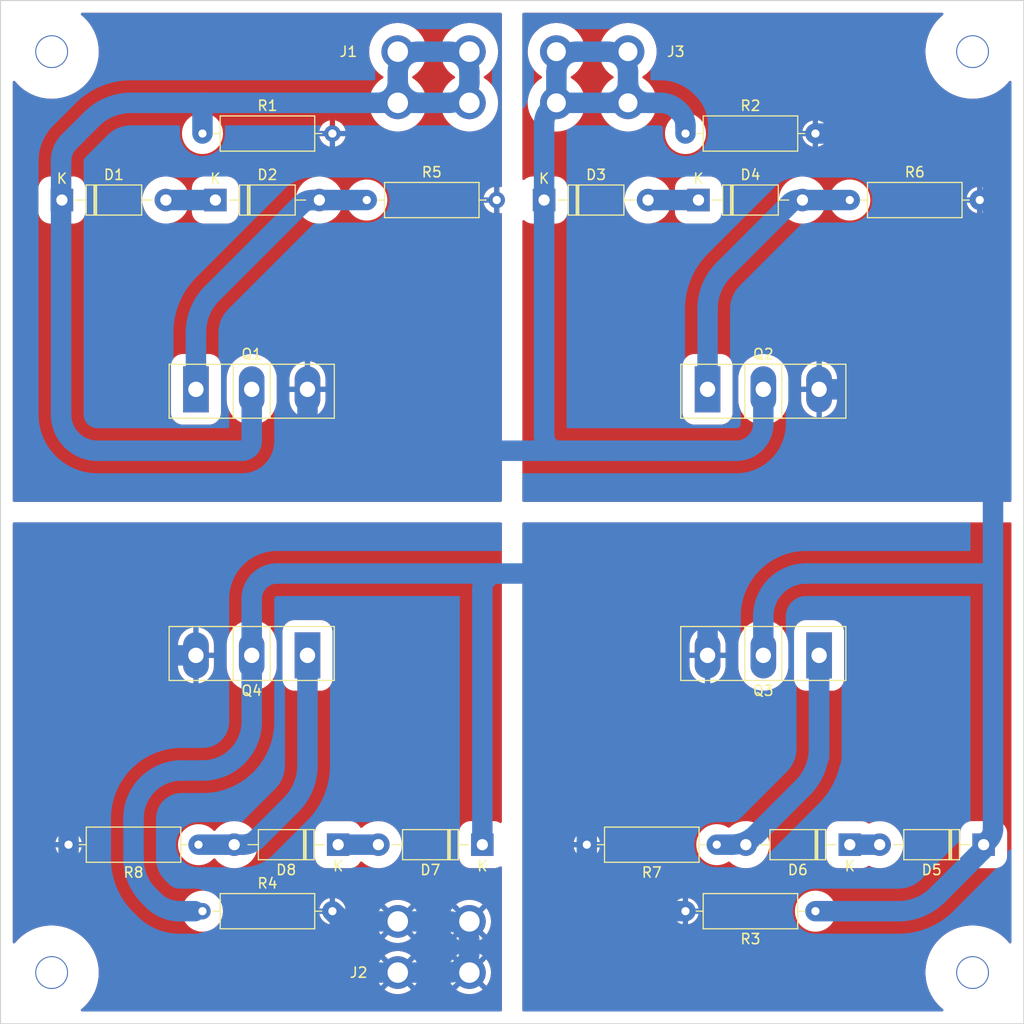
<source format=kicad_pcb>
(kicad_pcb (version 20211014) (generator pcbnew)

  (general
    (thickness 1.6)
  )

  (paper "A4")
  (layers
    (0 "F.Cu" signal)
    (31 "B.Cu" signal)
    (32 "B.Adhes" user "B.Adhesive")
    (33 "F.Adhes" user "F.Adhesive")
    (34 "B.Paste" user)
    (35 "F.Paste" user)
    (36 "B.SilkS" user "B.Silkscreen")
    (37 "F.SilkS" user "F.Silkscreen")
    (38 "B.Mask" user)
    (39 "F.Mask" user)
    (40 "Dwgs.User" user "User.Drawings")
    (41 "Cmts.User" user "User.Comments")
    (42 "Eco1.User" user "User.Eco1")
    (43 "Eco2.User" user "User.Eco2")
    (44 "Edge.Cuts" user)
    (45 "Margin" user)
    (46 "B.CrtYd" user "B.Courtyard")
    (47 "F.CrtYd" user "F.Courtyard")
    (48 "B.Fab" user)
    (49 "F.Fab" user)
    (50 "User.1" user)
    (51 "User.2" user)
    (52 "User.3" user)
    (53 "User.4" user)
    (54 "User.5" user)
    (55 "User.6" user)
    (56 "User.7" user)
    (57 "User.8" user)
    (58 "User.9" user)
  )

  (setup
    (stackup
      (layer "F.SilkS" (type "Top Silk Screen"))
      (layer "F.Paste" (type "Top Solder Paste"))
      (layer "F.Mask" (type "Top Solder Mask") (thickness 0.01))
      (layer "F.Cu" (type "copper") (thickness 0.035))
      (layer "dielectric 1" (type "core") (thickness 1.51) (material "FR4") (epsilon_r 4.5) (loss_tangent 0.02))
      (layer "B.Cu" (type "copper") (thickness 0.035))
      (layer "B.Mask" (type "Bottom Solder Mask") (thickness 0.01))
      (layer "B.Paste" (type "Bottom Solder Paste"))
      (layer "B.SilkS" (type "Bottom Silk Screen"))
      (copper_finish "None")
      (dielectric_constraints no)
    )
    (pad_to_mask_clearance 0)
    (pcbplotparams
      (layerselection 0x0001000_ffffffff)
      (disableapertmacros false)
      (usegerberextensions true)
      (usegerberattributes true)
      (usegerberadvancedattributes true)
      (creategerberjobfile false)
      (svguseinch false)
      (svgprecision 6)
      (excludeedgelayer true)
      (plotframeref false)
      (viasonmask false)
      (mode 1)
      (useauxorigin false)
      (hpglpennumber 1)
      (hpglpenspeed 20)
      (hpglpendiameter 15.000000)
      (dxfpolygonmode true)
      (dxfimperialunits true)
      (dxfusepcbnewfont true)
      (psnegative false)
      (psa4output false)
      (plotreference true)
      (plotvalue true)
      (plotinvisibletext false)
      (sketchpadsonfab false)
      (subtractmaskfromsilk false)
      (outputformat 1)
      (mirror false)
      (drillshape 0)
      (scaleselection 1)
      (outputdirectory "gerber/")
    )
  )

  (net 0 "")
  (net 1 "Net-(D1-Pad2)")
  (net 2 "Net-(D2-Pad2)")
  (net 3 "/STAGE4")
  (net 4 "Net-(D3-Pad2)")
  (net 5 "Net-(D4-Pad2)")
  (net 6 "/STAGE3")
  (net 7 "Net-(D5-Pad2)")
  (net 8 "Net-(D6-Pad2)")
  (net 9 "/STAGE2")
  (net 10 "Net-(D7-Pad2)")
  (net 11 "Net-(D8-Pad2)")
  (net 12 "GND")
  (net 13 "/STAGE1")

  (footprint "Diode_THT:D_DO-41_SOD81_P10.16mm_Horizontal" (layer "F.Cu") (at 51 49.5))

  (footprint "Resistor_THT:R_Axial_DIN0309_L9.0mm_D3.2mm_P12.70mm_Horizontal" (layer "F.Cu") (at 49.738 119))

  (footprint "Package_TO_SOT_THT:TO-247-3_Vertical" (layer "F.Cu") (at 99.1 68))

  (footprint "Resistor_THT:R_Axial_DIN0309_L9.0mm_D3.2mm_P12.70mm_Horizontal" (layer "F.Cu") (at 49.35 112.5 180))

  (footprint "Resistor_THT:R_Axial_DIN0309_L9.0mm_D3.2mm_P12.70mm_Horizontal" (layer "F.Cu") (at 65.796 49.5))

  (footprint "my_library:Keystone_PC_screw_terminal" (layer "F.Cu") (at 63.825 122 90))

  (footprint "MountingHole:MountingHole_3.2mm_M3" (layer "F.Cu") (at 125 35))

  (footprint "Diode_THT:D_DO-41_SOD81_P10.16mm_Horizontal" (layer "F.Cu") (at 36 49.5))

  (footprint "Diode_THT:D_DO-41_SOD81_P10.16mm_Horizontal" (layer "F.Cu") (at 98.212 49.5))

  (footprint "Diode_THT:D_DO-41_SOD81_P10.16mm_Horizontal" (layer "F.Cu") (at 83.124 49.5))

  (footprint "Package_TO_SOT_THT:TO-247-3_Vertical" (layer "F.Cu") (at 49.1 68))

  (footprint "Diode_THT:D_DO-41_SOD81_P10.16mm_Horizontal" (layer "F.Cu") (at 63 112.5 180))

  (footprint "Resistor_THT:R_Axial_DIN0309_L9.0mm_D3.2mm_P12.70mm_Horizontal" (layer "F.Cu") (at 100 112.5 180))

  (footprint "Resistor_THT:R_Axial_DIN0309_L9.0mm_D3.2mm_P12.70mm_Horizontal" (layer "F.Cu") (at 96.942 43))

  (footprint "Package_TO_SOT_THT:TO-247-3_Vertical" (layer "F.Cu") (at 110 94 180))

  (footprint "Diode_THT:D_DO-41_SOD81_P10.16mm_Horizontal" (layer "F.Cu") (at 126.08 112.5 180))

  (footprint "Resistor_THT:R_Axial_DIN0309_L9.0mm_D3.2mm_P12.70mm_Horizontal" (layer "F.Cu") (at 49.738 43))

  (footprint "MountingHole:MountingHole_3.2mm_M3" (layer "F.Cu") (at 35 125))

  (footprint "MountingHole:MountingHole_3.2mm_M3" (layer "F.Cu") (at 125 125))

  (footprint "my_library:Keystone_PC_screw_terminal" (layer "F.Cu") (at 63.825 37 90))

  (footprint "my_library:Keystone_PC_screw_terminal" (layer "F.Cu") (at 79.325 37 90))

  (footprint "Diode_THT:D_DO-41_SOD81_P10.16mm_Horizontal" (layer "F.Cu") (at 113 112.5 180))

  (footprint "Resistor_THT:R_Axial_DIN0309_L9.0mm_D3.2mm_P12.70mm_Horizontal" (layer "F.Cu") (at 109.642 119 180))

  (footprint "Diode_THT:D_DO-41_SOD81_P10.16mm_Horizontal" (layer "F.Cu") (at 77.089 112.5 180))

  (footprint "MountingHole:MountingHole_3.2mm_M3" (layer "F.Cu") (at 35 35))

  (footprint "Package_TO_SOT_THT:TO-247-3_Vertical" (layer "F.Cu") (at 60 94 180))

  (footprint "Resistor_THT:R_Axial_DIN0309_L9.0mm_D3.2mm_P12.70mm_Horizontal" (layer "F.Cu") (at 113 49.5))

  (gr_rect locked (start 30 30) (end 130 130) (layer "Edge.Cuts") (width 0.1) (fill none) (tstamp a954b9c2-8815-41d9-8ee2-182c3d4b4e66))

  (segment (start 46.16 49.5) (end 51 49.5) (width 2) (layer "B.Cu") (net 1) (tstamp e882ca18-ed6d-4d47-a6b6-ebb5606869fe))
  (segment (start 61.8375 49.5) (end 60.4825 49.5) (width 2) (layer "B.Cu") (net 2) (tstamp 61c1ad0a-88fa-4e84-b6d4-f39d3cd9072a))
  (segment (start 49.1 62.458963) (end 49.1 68) (width 2) (layer "B.Cu") (net 2) (tstamp 9eacaaa7-3cef-4c28-ab34-0c42a2588cca))
  (segment (start 50.693792 58.611207) (end 59.325935 49.979064) (width 2) (layer "B.Cu") (net 2) (tstamp e3047dc5-0732-4404-870f-e77a1fab23e8))
  (segment (start 61.8375 49.5) (end 65.796 49.5) (width 2) (layer "B.Cu") (net 2) (tstamp fec6315b-d93c-481c-bf62-79890dc964f9))
  (arc (start 60.4825 49.5) (mid 59.856571 49.624504) (end 59.325935 49.979064) (width 2) (layer "B.Cu") (net 2) (tstamp 32f7f993-844d-4647-82bc-7e4c69fc685b))
  (arc (start 50.693792 58.611207) (mid 49.514213 60.376572) (end 49.1 62.458963) (width 2) (layer "B.Cu") (net 2) (tstamp 5bcf876f-136c-4dac-ae61-fa226f0c392d))
  (segment (start 61.343144 40) (end 56.656856 40) (width 2) (layer "B.Cu") (net 3) (tstamp 0580ba4c-51c4-4298-ad74-e9c2ef4e04a2))
  (segment (start 36.71 43.79) (end 37.5 43) (width 2) (layer "B.Cu") (net 3) (tstamp 0f18e064-18d9-4ae8-9c79-cf927883e97c))
  (segment (start 49.814738 40) (end 50.185261 40) (width 2) (layer "B.Cu") (net 3) (tstamp 3b960909-0ba4-465c-b3f3-fd447a704a1b))
  (segment (start 38.906207 41.593792) (end 36.71 43.79) (width 2) (layer "B.Cu") (net 3) (tstamp 47c4da32-a886-4a7a-86ef-2f3db3797d7d))
  (segment (start 50.185261 40) (end 56.656856 40) (width 2) (layer "B.Cu") (net 3) (tstamp 4fe3cd02-8864-4b3e-a1a0-2dfa4d191ca2))
  (segment (start 70.824998 35) (end 73.825001 35) (width 2) (layer "B.Cu") (net 3) (tstamp 54bb6ae9-d5aa-4d6d-a254-7a126b9bd0a2))
  (segment (start 49.814738 40) (end 42.753963 40) (width 2) (layer "B.Cu") (net 3) (tstamp 55e351e3-7efa-4d55-acad-86a345fc5120))
  (segment (start 71.168144 40) (end 73.825001 40) (width 2) (layer "B.Cu") (net 3) (tstamp 5abefae0-a9ce-45ed-aaa9-44c2a04ab141))
  (segment (start 68.825 38.000001) (end 68.825 36.999998) (width 2) (layer "B.Cu") (net 3) (tstamp 5c22bc31-61ad-441c-a91b-64b07b48dd55))
  (segment (start 35.92 49.636568) (end 35.92 70.449217) (width 2) (layer "B.Cu") (net 3) (tstamp 679d2134-3239-4e47-a4e5-4ebedeeaf8a8))
  (segment (start 39.470782 74) (end 53.611091 74) (width 2) (layer "B.Cu") (net 3) (tstamp 6c31f382-29e5-4f59-916f-7fccbec4bdb7))
  (segment (start 54.55 73.061091) (end 54.55 68) (width 2) (layer "B.Cu") (net 3) (tstamp 7b30e56f-2c67-40dc-8a4b-ab00d6cc2343))
  (segment (start 49.738 40.447261) (end 49.738 43) (width 2) (layer "B.Cu") (net 3) (tstamp 9d3da282-0e78-426f-87a5-378da2e8e9cf))
  (segment (start 66.825001 40) (end 61.343144 40) (width 2) (layer "B.Cu") (net 3) (tstamp a3d660d2-1195-4764-9c63-d090a7cbc79a))
  (segment (start 75.825 38.000001) (end 75.825 36.999998) (width 2) (layer "B.Cu") (net 3) (tstamp e9e4fd1c-4aa2-411d-8f99-38c8ac41994d))
  (segment (start 35.92 49.363431) (end 35.92 45.697228) (width 2) (layer "B.Cu") (net 3) (tstamp f486ae2c-dd97-4f8a-b43a-19e3154a6501))
  (segment (start 71.168144 40) (end 66.825001 40) (width 2) (layer "B.Cu") (net 3) (tstamp fa730bff-7ae7-4cfc-aa0b-6b723ed31b48))
  (arc (start 75.825 38.000001) (mid 75.239213 39.414213) (end 73.825001 40) (width 2) (layer "B.Cu") (net 3) (tstamp 0fd3f13d-0c3f-4c8e-b91e-1739efdf550b))
  (arc (start 36.71 43.79) (mid 36.125314 44.665043) (end 35.92 45.697228) (width 2) (layer "B.Cu") (net 3) (tstamp 2a093840-0bdf-41ea-a70e-7ac20376c639))
  (arc (start 35.96 49.54) (mid 35.930395 49.584305) (end 35.92 49.636568) (width 2) (layer "B.Cu") (net 3) (tstamp 2a3624de-1e65-44b5-8315-a1c35dfa4ff3))
  (arc (start 54.275 73.725) (mid 53.970396 73.928529) (end 53.611091 74) (width 2) (layer "B.Cu") (net 3) (tstamp 2f3a1eef-c0ff-4ac8-8219-88f2fd3d4333))
  (arc (start 54.55 73.061091) (mid 54.478529 73.420396) (end 54.275 73.725) (width 2) (layer "B.Cu") (net 3) (tstamp 5a10edf2-528f-4464-9121-d3df9cb8c8cc))
  (arc (start 36.71 43.79) (mid 36.71 43.79) (end 36.71 43.79) (width 2) (layer "B.Cu") (net 3) (tstamp 678b0808-6a49-4948-bc77-b41d6e5561d1))
  (arc (start 68.825 38.000001) (mid 69.51129 39.414213) (end 71.168144 40) (width 2) (layer "B.Cu") (net 3) (tstamp 6c353f58-6a07-42df-b4f4-806225c5678c))
  (arc (start 35.92 45.697228) (mid 36.125314 44.665043) (end 36.71 43.79) (width 2) (layer "B.Cu") (net 3) (tstamp 849ef7e5-8097-4aee-8015-323905546838))
  (arc (start 50.185261 40) (mid 50.014101 40.034045) (end 49.869 40.131) (width 2) (layer "B.Cu") (net 3) (tstamp 9326384b-4777-4c92-aa2f-2d08e6267257))
  (arc (start 49.869 40.131) (mid 49.772045 40.276101) (end 49.738 40.447261) (width 2) (layer "B.Cu") (net 3) (tstamp 9abd6d67-ba40-4dee-af1a-810a8242c86f))
  (arc (start 36.96 72.96) (mid 38.111956 73.729712) (end 39.470782 74) (width 2) (layer "B.Cu") (net 3) (tstamp b8825d99-40ea-4358-a66a-e9f243080c3f))
  (arc (start 70.824998 35) (mid 69.410785 35.585785) (end 68.825 36.999998) (width 2) (layer "B.Cu") (net 3) (tstamp bd6b504f-39ab-4c2b-a42f-5daebc471130))
  (arc (start 35.92 70.449217) (mid 36.190287 71.808043) (end 36.96 72.96) (width 2) (layer "B.Cu") (net 3) (tstamp da65d86f-f94d-4db5-8413-9b29c5e2c0d0))
  (arc (start 75.825 36.999998) (mid 75.239213 35.585785) (end 73.825001 35) (width 2) (layer "B.Cu") (net 3) (tstamp dce81c27-16c7-4397-b7d9-dfe2225cc620))
  (arc (start 49.869 40.131) (mid 49.885634 40.047371) (end 49.814738 40) (width 2) (layer "B.Cu") (net 3) (tstamp ddb850dd-54a7-4b63-bc5c-bb6ecd4a3633))
  (arc (start 42.753963 40) (mid 40.671572 40.414213) (end 38.906207 41.593792) (width 2) (layer "B.Cu") (net 3) (tstamp eae6cb64-c798-40f3-b4c3-dcefb9e0714c))
  (arc (start 66.825001 40) (mid 68.239213 39.414213) (end 68.825 38.000001) (width 2) (layer "B.Cu") (net 3) (tstamp eb154998-e619-45d3-80ac-fd884505378c))
  (arc (start 35.92 49.363431) (mid 35.930395 49.415693) (end 35.96 49.46) (width 2) (layer "B.Cu") (net 3) (tstamp fd545dac-856c-48de-9df2-9bd1e3b69ae7))
  (arc (start 35.96 49.46) (mid 35.976568 49.5) (end 35.96 49.54) (width 2) (layer "B.Cu") (net 3) (tstamp fe4cc217-32a1-4374-9d51-46234fb59001))
  (segment (start 93.284 49.5) (end 98.212 49.5) (width 2) (layer "B.Cu") (net 4) (tstamp 4146021e-8361-4dcf-b196-268aab523674))
  (segment (start 108.808 49.5) (end 107.936 49.5) (width 2) (layer "B.Cu") (net 5) (tstamp 7ee86355-6575-4d7f-b27a-ccda75d5cc71))
  (segment (start 100.693792 56.306207) (end 107.191701 49.808298) (width 2) (layer "B.Cu") (net 5) (tstamp 8a9cd561-50a9-4ceb-a370-65d4f20f20c9))
  (segment (start 108.808 49.5) (end 113 49.5) (width 2) (layer "B.Cu") (net 5) (tstamp 9cf5f8f4-ab63-449f-8c09-2311a74067ae))
  (segment (start 99.1 60.153963) (end 99.1 68) (width 2) (layer "B.Cu") (net 5) (tstamp b8d9857f-a6a3-485d-b9d8-954dbd89b760))
  (arc (start 100.693792 56.306207) (mid 99.514213 58.071572) (end 99.1 60.153963) (width 2) (layer "B.Cu") (net 5) (tstamp 4d2bcc63-a2dd-418c-bd5f-ddaef4fca43f))
  (arc (start 107.936 49.5) (mid 107.533188 49.580124) (end 107.191701 49.808298) (width 2) (layer "B.Cu") (net 5) (tstamp f63e0144-2120-44f8-87b4-16ef8ae471f6))
  (segment (start 93.4125 40) (end 89.325001 40) (width 2) (layer "B.Cu") (net 6) (tstamp 0106ccf0-8034-415a-8047-b288cb28580b))
  (segment (start 83.124 42.050235) (end 83.124 47.156856) (width 2) (layer "B.Cu") (net 6) (tstamp 179b02ca-20a8-49cd-81e3-d0e392566345))
  (segment (start 96.391163 40.891163) (end 96.221 40.721) (width 2) (layer "B.Cu") (net 6) (tstamp 23cdda92-c013-4d6f-9bc6-a61ef7fceb40))
  (segment (start 93.4125 40) (end 94.480352 40) (width 2) (layer "B.Cu") (net 6) (tstamp 2b638180-1363-46d6-8e89-82641c53aaf4))
  (segment (start 89.656856 74) (end 84.619425 74) (width 2) (layer "B.Cu") (net 6) (tstamp 2d801d1e-a38d-41c8-af30-40e98ff8a79a))
  (segment (start 89.325001 35) (end 86.324998 35) (width 2) (layer "B.Cu") (net 6) (tstamp 44234758-a0aa-4225-a0d7-15a67df397a1))
  (segment (start 83.124 72.504574) (end 83.124 51.843144) (width 2) (layer "B.Cu") (net 6) (tstamp 499e6dbe-afef-4741-a182-f5eb5809beb2))
  (segment (start 60 72.292893) (end 60 68) (width 2) (layer "B.Cu") (net 6) (tstamp 4f02a351-9568-48f2-b04f-076667160b2f))
  (segment (start 91.325 36.999998) (end 91.325 38.000001) (width 2) (layer "B.Cu") (net 6) (tstamp 5afd4f29-fe22-4964-901b-6d154064d5d5))
  (segment (start 101.903984 74) (end 94.343144 74) (width 2) (layer "B.Cu") (net 6) (tstamp 73765e79-092c-47ba-8638-124dd80e461f))
  (segment (start 84.619425 74) (end 83.380574 74) (width 2) (layer "B.Cu") (net 6) (tstamp 7e03d2ab-f849-4512-9569-879b25ae0e0c))
  (segment (start 83.380574 74) (end 61.707106 74) (width 2) (layer "B.Cu") (net 6) (tstamp 9002cbac-c7ab-4cd2-bedc-747a0933f997))
  (segment (start 96.942 42.221) (end 96.942 43) (width 2) (layer "B.Cu") (net 6) (tstamp 9089fc8f-547e-445c-82ea-77e563f9d8e5))
  (segment (start 104.55 71.353984) (end 104.55 68) (width 2) (layer "B.Cu") (net 6) (tstamp a23a5080-e02b-470a-bb66-91530bc8f140))
  (segment (start 83.124 47.156856) (end 83.124 51.843144) (width 2) (layer "B.Cu") (net 6) (tstamp ba0a6746-a0cb-4d84-a93c-280700fe503d))
  (segment (start 94.343144 74) (end 89.656856 74) (width 2) (layer "B.Cu") (net 6) (tstamp e93a39c0-ae2f-4d69-82ed-37fb069ff7a5))
  (segment (start 89.325001 40) (end 85.174235 40) (width 2) (layer "B.Cu") (net 6) (tstamp fbfa91ed-6e86-4ab3-b070-d19d13213ed9))
  (segment (start 84.325 36.999998) (end 84.325 39.150764) (width 2) (layer "B.Cu") (net 6) (tstamp ff8d7c48-cf44-482a-8a92-3e8b83448ba2))
  (arc (start 83.562 73.562) (mid 84.04715 73.886167) (end 84.619425 74) (width 2) (layer "B.Cu") (net 6) (tstamp 096afd04-538e-4b21-921b-0720cfc0fc33))
  (arc (start 91.325 36.999998) (mid 90.739213 35.585785) (end 89.325001 35) (width 2) (layer "B.Cu") (net 6) (tstamp 1bc36098-a67a-43e9-af34-67229b47b5d8))
  (arc (start 83.380574 74) (mid 83.617618 73.841612) (end 83.562 73.562) (width 2) (layer "B.Cu") (net 6) (tstamp 309e2839-3c95-45df-b7ac-fa723f3d94a2))
  (arc (start 104.55 71.353984) (mid 104.348584 72.36657) (end 103.775 73.225) (width 2) (layer "B.Cu") (net 6) (tstamp 36f0c0d0-5fbc-41c5-b480-ee52e9c49a15))
  (arc (start 83.7245 40.6005) (mid 83.280064 41.265644) (end 83.124 42.050235) (width 2) (layer "B.Cu") (net 6) (tstamp 3ff9be75-0570-418f-a5fc-6ed51d4eae5c))
  (arc (start 96.391163 40.891163) (mid 96.798842 41.501297) (end 96.942 42.221) (width 2) (layer "B.Cu") (net 6) (tstamp 450fd788-d806-48b1-a032-8afdc8273e6e))
  (arc (start 89.325001 40) (mid 90.739213 39.414213) (end 91.325 38.000001) (width 2) (layer "B.Cu") (net 6) (tstamp 73ec9bbc-dc9a-43b6-8948-b32c01d65371))
  (arc (start 84.325 39.150764) (mid 84.573735 39.751264) (end 85.174235 40) (width 2) (layer "B.Cu") (net 6) (tstamp 8269e9fd-85b6-4956-b9ff-6bc28fa3d59b))
  (arc (start 103.775 73.225) (mid 102.91657 73.798584) (end 101.903984 74) (width 2) (layer "B.Cu") (net 6) (tstamp 9396dbf5-aa3c-4ba1-a9ae-1945fbb2026c))
  (arc (start 60.5 73.5) (mid 61.053825 73.870054) (end 61.707106 74) (width 2) (layer "B.Cu") (net 6) (tstamp 9cf43076-18a1-462b-9c97-88acb00965fa))
  (arc (start 83.124 72.504574) (mid 83.237832 73.076848) (end 83.562 73.562) (width 2) (layer "B.Cu") (net 6) (tstamp ad10a4b7-2487-448c-860c-e5fa438bed4f))
  (arc (start 83.7245 40.6005) (mid 84.168935 39.935355) (end 84.325 39.150764) (width 2) (layer "B.Cu") (net 6) (tstamp af865e07-b961-449a-8717-ceb1273ebf79))
  (arc (start 86.324998 35) (mid 84.910785 35.585785) (end 84.325 36.999998) (width 2) (layer "B.Cu") (net 6) (tstamp b31efc5a-7b21-4ce8-b439-1c9342fcef4e))
  (arc (start 60 72.292893) (mid 60.129945 72.946174) (end 60.5 73.5) (width 2) (layer "B.Cu") (net 6) (tstamp b5c2c10d-e882-4621-912f-0aa3c082e54a))
  (arc (start 85.174235 40) (mid 84.389644 40.156064) (end 83.7245 40.6005) (width 2) (layer "B.Cu") (net 6) (tstamp cdf16225-865b-428c-89bd-8853cabfea19))
  (arc (start 96.221 40.721) (mid 95.422383 40.187381) (end 94.480352 40) (width 2) (layer "B.Cu") (net 6) (tstamp f68e48ba-1983-4674-be66-79dbf442fe2e))
  (arc (start 91.325 38.000001) (mid 91.936414 39.414213) (end 93.4125 40) (width 2) (layer "B.Cu") (net 6) (tstamp fe1771f5-b72c-4bc4-add4-a2ba0d9e31fd))
  (segment (start 113 112.5) (end 115.92 112.5) (width 2) (layer "B.Cu") (net 7) (tstamp bae757e5-4a6a-4b35-b534-086d45a773a3))
  (segment (start 110 95.171572) (end 110 103.92865) (width 2) (layer "B.Cu") (net 8) (tstamp 0cbac7ea-faad-4611-9469-c068d0df90b7))
  (segment (start 108.406207 106.933792) (end 103.844091 111.495908) (width 2) (layer "B.Cu") (net 8) (tstamp 1b350c19-993f-4432-86a1-4122e950bd0b))
  (segment (start 101.42 112.5) (end 100 112.5) (width 2) (layer "B.Cu") (net 8) (tstamp a899b179-b86c-45b0-8a6e-1c7aa4ee7e73))
  (segment (start 110 95.171572) (end 110 103.086036) (width 2) (layer "B.Cu") (net 8) (tstamp bd0fc8ee-c22d-4133-8e6a-9fdd47c9d8c1))
  (arc (start 103.844091 111.495908) (mid 102.731908 112.239044) (end 101.42 112.5) (width 2) (layer "B.Cu") (net 8) (tstamp 035e0cf3-8ba7-4e18-8dd3-f8e636f1c886))
  (arc (start 110 103.086036) (mid 109.585786 105.168426) (end 108.406207 106.933792) (width 2) (layer "B.Cu") (net 8) (tstamp 8c7ad431-18a5-4197-b13f-e4bbf0da7038))
  (arc (start 110 95.171572) (mid 110 95.171572) (end 110 95.171572) (width 2) (layer "B.Cu") (net 8) (tstamp 9eb4c32c-a62b-416a-a386-ea1abd0b0a0d))
  (segment (start 127 45.919238) (end 127 49.646446) (width 2) (layer "B.Cu") (net 9) (tstamp 0da75b25-2546-4e47-8804-29ed9a99439e))
  (segment (start 125.35 43.35) (end 126.05 44.05) (width 2) (layer "B.Cu") (net 9) (tstamp 12b06950-23c0-46a3-97b4-485917511191))
  (segment (start 125.931507 113.068492) (end 121.593792 117.406207) (width 2) (layer "B.Cu") (net 9) (tstamp 200ee62a-0284-47bf-981c-84956c1e8cc3))
  (segment (start 126.35 44.35) (end 126.05 44.05) (width 2) (layer "B.Cu") (net 9) (tstamp 27759f1d-cacf-4d64-9360-4948cccd2363))
  (segment (start 127 65.656856) (end 127 69.999998) (width 2) (layer "B.Cu") (net 9) (tstamp 2a5ed4f1-2e39-45ae-bf53-791630bc4cad))
  (segment (start 127 51.5) (end 127 54.5) (width 2) (layer "B.Cu") (net 9) (tstamp 3f642266-c43d-457e-a3d0-ae48d6438db5))
  (segment (start 127 65.656856) (end 127 54.5) (width 2) (layer "B.Cu") (net 9) (tstamp 420fe05b-6dbe-4fb1-9411-91d68701b1df))
  (segment (start 127 69.999998) (end 127 110.929461) (width 2) (layer "B.Cu") (net 9) (tstamp 4db3d835-759e-428d-8c7d-7360ec0f8969))
  (segment (start 104.55 90.182411) (end 104.55 94) (width 2) (layer "B.Cu") (net 9) (tstamp 666bf0b0-5d96-4e4d-92dc-ec56f0aaef0e))
  (segment (start 127 50.353553) (end 127 51.5) (width 2) (layer "B.Cu") (net 9) (tstamp 7f60956f-f4e7-405f-a7a2-7dfc0a967b5a))
  (segment (start 108.732411 86) (end 126 86) (width 2) (layer "B.Cu") (net 9) (tstamp 885a0e8c-274f-454e-a9ff-9bac59599825))
  (segment (start 125.000001 68) (end 110 68) (width 2) (layer "B.Cu") (net 9) (tstamp 889d55bd-7a4a-4138-b44c-a604f9088f1e))
  (segment (start 126.146446 49.5) (end 125.7 49.5) (width 2) (layer "B.Cu") (net 9) (tstamp ce84bbbb-8cca-47b5-94f1-14013578c26c))
  (segment (start 117.746036 119) (end 109.642 119) (width 2) (layer "B.Cu") (net 9) (tstamp dd83ee0c-c44d-4b8e-8bdd-cc63dbabc6c9))
  (segment (start 126.228492 112.351507) (end 126.54 112.04) (width 2) (layer "B.Cu") (net 9) (tstamp e6c63ee2-7af0-4f94-b403-d3dd307d5adc))
  (segment (start 124.505025 43) (end 109.642 43) (width 2) (layer "B.Cu") (net 9) (tstamp e76c2534-4709-47f7-9cca-f72d2f0ee898))
  (segment (start 127 49.646446) (end 127 50.353553) (width 2) (layer "B.Cu") (net 9) (tstamp f9875c50-c584-4495-882f-e1b77ce22046))
  (arc (start 126.228492 112.351507) (mid 126.118591 112.515985) (end 126.08 112.71) (width 2) (layer "B.Cu") (net 9) (tstamp 064a14d4-7625-4c17-9926-3bc8bef61c95))
  (arc (start 127 110.929461) (mid 126.880449 111.53048) (end 126.54 112.04) (width 2) (layer "B.Cu") (net 9) (tstamp 18918f47-bbcf-470e-91e3-9d9829868ca1))
  (arc (start 108.732411 86) (mid 107.131871 86.318367) (end 105.775 87.225) (width 2) (layer "B.Cu") (net 9) (tstamp 31f8ed65-f1fb-4ea1-b8ac-285bac028b77))
  (arc (start 125.000001 68) (mid 126.414213 67.313709) (end 127 65.656856) (width 2) (layer "B.Cu") (net 9) (tstamp 3f494321-e87f-4a8e-bbe5-a937d805b012))
  (arc (start 126.35 44.35) (mid 126.83107 45.069972) (end 127 45.919238) (width 2) (layer "B.Cu") (net 9) (tstamp 46c350bb-7de4-4e81-aafd-4af55e37aab0))
  (arc (start 126.75 49.75) (mid 126.909596 49.781745) (end 127 49.646446) (width 2) (layer "B.Cu") (net 9) (tstamp 4949c210-134d-4c0f-a922-5b5c8c6df145))
  (arc (start 126.75 49.75) (mid 126.473087 49.564972) (end 126.146446 49.5) (width 2) (layer "B.Cu") (net 9) (tstamp 78d085a5-c3fc-425f-84dd-abbb97b59cb5))
  (arc (start 105.775 87.225) (mid 104.868367 88.581871) (end 104.55 90.182411) (width 2) (layer "B.Cu") (net 9) (tstamp 7d74b5e4-377b-4d94-8b21-289fadde7386))
  (arc (start 121.593792 117.406207) (mid 119.828426 118.585786) (end 117.746036 119) (width 2) (layer "B.Cu") (net 9) (tstamp 9f32a78e-0b59-4846-9068-4909840a34ae))
  (arc (start 127 50.353553) (mid 126.935027 50.026912) (end 126.75 49.75) (width 2) (layer "B.Cu") (net 9) (tstamp 9fa50f42-0778-414e-80a5-be6ea027c650))
  (arc (start 127 69.999998) (mid 126.414213 68.585785) (end 125.000001 68) (width 2) (layer "B.Cu") (net 9) (tstamp a1a95a4e-59c6-4de0-bc59-72f75a6c6058))
  (arc (start 126.08 112.71) (mid 126.041407 112.904014) (end 125.931507 113.068492) (width 2) (layer "B.Cu") (net 9) (tstamp c3f25bab-d21c-43b9-bb4f-57d9b5e2645a))
  (arc (start 125.35 43.35) (mid 124.962322 43.090962) (end 124.505025 43) (width 2) (layer "B.Cu") (net 9) (tstamp d7abc30b-0879-4741-86ef-a26cf4381a4c))
  (segment (start 66.929 112.5) (end 63 112.5) (width 2) (layer "B.Cu") (net 10) (tstamp bbf14473-783f-4d22-8426-e816ebed527a))
  (segment (start 55.098606 111.910043) (end 58.406207 108.602442) (width 2) (layer "B.Cu") (net 11) (tstamp 3b7e5dcc-1fad-4199-881a-d127caaf107e))
  (segment (start 52.005675 112.5) (end 49.35 112.5) (width 2) (layer "B.Cu") (net 11) (tstamp 7b5b5180-1101-4ee8-816f-2ee7fdf5519c))
  (segment (start 60 104.754686) (end 60 94) (width 2) (layer "B.Cu") (net 11) (tstamp b93ba9b2-464f-435b-a965-5fbf12cd454e))
  (segment (start 53.674325 112.5) (end 52.005675 112.5) (width 2) (layer "B.Cu") (net 11) (tstamp c7f74e02-22a2-44c3-ba93-2cb4738b7c33))
  (arc (start 55.098606 111.910043) (mid 54.44514 112.346675) (end 53.674325 112.5) (width 2) (layer "B.Cu") (net 11) (tstamp 36adf605-c4e5-49a0-bfb5-ef01a47e7ac6))
  (arc (start 60 104.754686) (mid 59.585786 106.837076) (end 58.406207 108.602442) (width 2) (layer "B.Cu") (net 11) (tstamp f38fe8c7-e201-4a5d-b85e-99900ccf700f))
  (segment (start 43.406207 123.406207) (end 38.117246 118.117246) (width 2) (layer "B.Cu") (net 12) (tstamp 173b6f5f-5c2d-48dc-9fe5-f32f72aafeef))
  (segment (start 71.168144 120) (end 73.825001 120) (width 2) (layer "B.Cu") (net 12) (tstamp 46ce87f2-cffa-4ed8-9ea0-61104e6ab59f))
  (segment (start 66.481856 120) (end 64.145106 120) (width 2) (layer "B.Cu") (net 12) (tstamp 4949c210-134d-4c0f-a922-5b5c8c6df145))
  (segment (start 36.65 110.425) (end 36.65 114.575) (width 2) (layer "B.Cu") (net 12) (tstamp 5a4bc6d2-0d85-4372-a33c-675ce6ae880e))
  (segment (start 75.825 121.999998) (end 75.825 123.000001) (width 2) (layer "B.Cu") (net 12) (tstamp 78be07dc-12b7-45c7-ab76-d6c0c93dca19))
  (segment (start 62.938 119.5) (end 62.438 119) (width 2) (layer "B.Cu") (net 12) (tstamp 9fa50f42-0778-414e-80a5-be6ea027c650))
  (segment (start 47.253963 125) (end 73.825001 125) (width 2) (layer "B.Cu") (net 12) (tstamp a7395ffd-05c8-4d92-ae10-7467abbbb9e5))
  (segment (start 71.168144 120) (end 66.481856 120) (width 2) (layer "B.Cu") (net 12) (tstamp b90f2dfd-9639-4bac-9825-9f33089900c6))
  (segment (start 39.808147 94) (end 49.1 94) (width 2) (layer "B.Cu") (net 12) (tstamp c0d87d21-c783-49c9-bb67-e3f2a021c010))
  (segment (start 36.65 110.425) (end 36.65 97.158147) (width 2) (layer "B.Cu") (net 12) (tstamp d33ec362-6dfe-4097-906b-0cb45b244d49))
  (arc (start 62.938 119.5) (mid 63.491825 119.870054) (end 64.145106 120) (width 2) (layer "B.Cu") (net 12) (tstamp 024cc201-4a12-4ae8-bfab-38147f08c82b))
  (arc (start 43.406207 123.406207) (mid 45.171572 124.585786) (end 47.253963 125) (width 2) (layer "B.Cu") (net 12) (tstamp 43a0eb75-5fcf-4672-aa9e-0cc7c7115f22))
  (arc (start 39.808147 94) (mid 38.599576 94.240399) (end 37.575 94.925) (width 2) (layer "B.Cu") (net 12) (tstamp 88c300c8-0e7a-4e34-88e0-147438387595))
  (arc (start 37.575 94.925) (mid 36.890399 95.949576) (end 36.65 97.158147) (width 2) (layer "B.Cu") (net 12) (tstamp beed807b-094b-4007-a6bf-646ea2fee72e))
  (arc (start 75.825 121.999998) (mid 75.239213 120.585785) (end 73.825001 120) (width 2) (layer "B.Cu") (net 12) (tstamp eae70e4c-a4fe-42ec-9720-c05b32ed5140))
  (arc (start 75.825 123.000001) (mid 75.239213 124.414213) (end 73.825001 125) (width 2) (layer "B.Cu") (net 12) (tstamp efac1476-0526-4b34-8ce9-2b1c7beb121b))
  (arc (start 36.65 114.575) (mid 37.031324 116.492049) (end 38.117246 118.117246) (width 2) (layer "B.Cu") (net 12) (tstamp fc08e6b2-9093-4242-9028-d1ac105c2346))
  (segment (start 43 109.944543) (end 43 113.878679) (width 2) (layer "B.Cu") (net 13) (tstamp 00efd942-6ff0-45b2-bb97-c28808be81a0))
  (segment (start 88.494974 119) (end 96.942 119) (width 2) (layer "B.Cu") (net 13) (tstamp 010944f8-3368-4f9e-9768-f3a918e70eac))
  (segment (start 54.55 100.470101) (end 54.55 96.343144) (width 2) (layer "B.Cu") (net 13) (tstamp 0209c984-2ba8-4798-b639-bcfe8a6f8788))
  (segment (start 77.355825 86) (end 57.025304 86) (width 2) (layer "B.Cu") (net 13) (tstamp 0d6119cf-bed9-4092-a011-ff1067c20e29))
  (segment (start 86.787867 86) (end 78.644174 86) (width 2) (layer "B.Cu") (net 13) (tstamp 159708b6-a89a-4829-ae69-325457ae34ce))
  (segment (start 87.3 114.843144) (end 87.3 117.805025) (width 2) (layer "B.Cu") (net 13) (tstamp 17d450cf-d92b-4a9d-879b-acc96764bb8d))
  (segment (start 54.55 88.475304) (end 54.55 91.656856) (width 2) (layer "B.Cu") (net 13) (tstamp 41ff386e-6630-4da8-92e5-c15d9baec74d))
  (segment (start 54.55 91.656856) (end 54.55 96.343144) (width 2) (layer "B.Cu") (net 13) (tstamp 5985685d-e43d-436c-af13-33e3e86848ac))
  (segment (start 87.3 110.156856) (end 87.3 114.843144) (width 2) (layer "B.Cu") (net 13) (tstamp 789426ba-1b00-402b-9dd7-4cc463c090a5))
  (segment (start 77.355825 86) (end 78.644174 86) (width 2) (layer "B.Cu") (net 13) (tstamp 857117d1-7a42-453d-94a5-a2a1563415c2))
  (segment (start 86.787867 86) (end 87.212132 86) (width 2) (layer "B.Cu") (net 13) (tstamp 8bbd3c40-a2e0-418c-842d-ed1052422596))
  (segment (start 47.694543 105.25) (end 49.770101 105.25) (width 2) (layer "B.Cu") (net 13) (tstamp a16c0a32-3d46-43ba-b36e-52ce92d3dbef))
  (segment (start 99.1 89.584924) (end 99.1 94) (width 2) (layer "B.Cu") (net 13) (tstamp a1944f34-d442-422a-b490-82660fca42d3))
  (segment (start 87.3 110.156856) (end 87.3 86.512132) (width 2) (layer "B.Cu") (net 13) (tstamp c0747da2-f481-4590-80a8-c3325cebae3d))
  (segment (start 44.939339 117.939339) (end 44.5 117.5) (width 2) (layer "B.Cu") (net 13) (tstamp c374422b-55bf-4250-b20a-47cd0ae502a8))
  (segment (start 47.5 119) (end 49 119) (width 2) (layer "B.Cu") (net 13) (tstamp e81fc46d-99cf-4a13-859a-4ca0f9b80c78))
  (segment (start 95.515075 86) (end 87.212132 86) (width 2) (layer "B.Cu") (net 13) (tstamp ed133093-ff3f-4df7-8777-60f2e9812c7e))
  (segment (start 77.089 87.555174) (end 77.089 112.5) (width 2) (layer "B.Cu") (net 13) (tstamp efd96453-deac-4a10-a274-fb154499d47c))
  (arc (start 44.939339 117.939339) (mid 46.11418 118.724343) (end 47.5 119) (width 2) (layer "B.Cu") (net 13) (tstamp 01478f52-711e-460d-9130-927d9df325cb))
  (arc (start 54.55 100.470101) (mid 54.186151 102.299289) (end 53.15 103.85) (width 2) (layer "B.Cu") (net 13) (tstamp 142e2cf6-b82f-4007-9894-377d26b8ab0d))
  (arc (start 87.65 118.65) (mid 88.037677 118.909037) (end 88.494974 119) (width 2) (layer "B.Cu") (net 13) (tstamp 28221cea-e5dd-4443-909d-f89dc42a5054))
  (arc (start 78.644174 86) (mid 78.049034 86.11838) (end 77.5445 86.4555) (width 2) (layer "B.Cu") (net 13) (tstamp 2ff466f2-a10f-4d30-86d0-258970718dd1))
  (arc (start 47.694543 105.25) (mid 45.898019 105.60735) (end 44.375 106.625) (width 2) (layer "B.Cu") (net 13) (tstamp 59fe4e68-4119-4952-b511-7d1576b16691))
  (arc (start 57.025304 86) (mid 56.078046 86.188421) (end 55.275 86.725) (width 2) (layer "B.Cu") (net 13) (tstamp 65acf8e5-9f16-4350-9eac-4ec481b2ee30))
  (arc (start 77.5445 86.4555) (mid 77.60234 86.164715) (end 77.355825 86) (width 2) (layer "B.Cu") (net 13) (tstamp 7331b4f5-537b-4797-b38c-6afa10e0716d))
  (arc (start 53.15 103.85) (mid 51.599289 104.886151) (end 49.770101 105.25) (width 2) (layer "B.Cu") (net 13) (tstamp 7bdee640-e6be-4899-b318-a0ad1af68164))
  (arc (start 87.15 86.15) (mid 86.983852 86.038983) (end 86.787867 86) (width 2) (layer "B.Cu") (net 13) (tstamp 8bb0a05e-e024-4c96-8062-b72bb8f6b3b6))
  (arc (start 87.15 86.15) (mid 87.261016 86.316147) (end 87.3 86.512132) (width 2) (layer "B.Cu") (net 13) (tstamp 9795a58d-0ac3-430a-9422-aa4c197a5f6c))
  (arc (start 77.5445 86.4555) (mid 77.20738 86.960034) (end 77.089 87.555174) (width 2) (layer "B.Cu") (net 13) (tstamp a510e5e5-5ef7-4d6a-a501-65eee345df9c))
  (arc (start 87.3 117.805025) (mid 87.390962 118.262322) (end 87.65 118.65) (width 2) (layer "B.Cu") (net 13) (tstamp a85ba885-21f0-4ec6-a484-69d88e0e6f44))
  (arc (start 87.212132 86) (mid 87.130952 86.054242) (end 87.15 86.15) (width 2) (layer "B.Cu") (net 13) (tstamp aa8e79d5-4110-472a-8939-dffc4dee8b42))
  (arc (start 43 113.878679) (mid 43.389837 115.838523) (end 44.5 117.5) (width 2) (layer "B.Cu") (net 13) (tstamp c5ec54f0-0d08-4954-a314-8acf9272ac84))
  (arc (start 55.275 86.725) (mid 54.738421 87.528046) (end 54.55 88.475304) (width 2) (layer "B.Cu") (net 13) (tstamp c82a2eee-3656-406a-a5cb-6b727ac05b34))
  (arc (start 44.375 106.625) (mid 43.35735 108.148019) (end 43 109.944543) (width 2) (layer "B.Cu") (net 13) (tstamp d9a88a97-e7e1-4571-8028-07e1b736766b))
  (arc (start 98.05 87.05) (mid 96.886966 86.272886) (end 95.515075 86) (width 2) (layer "B.Cu") (net 13) (tstamp eaf7bad2-f505-4235-ac62-4996b9281847))
  (arc (start 98.05 87.05) (mid 98.827113 88.213033) (end 99.1 89.584924) (width 2) (layer "B.Cu") (net 13) (tstamp f3de2775-f0cf-4183-8569-58c2de09dee1))

  (zone (net 12) (net_name "GND") (layers F&B.Cu) (tstamp 288fe286-076e-4deb-a3cf-9c595ca6ab4a) (hatch edge 0.508)
    (connect_pads (clearance 1.2))
    (min_thickness 0.254) (filled_areas_thickness no)
    (fill yes (thermal_gap 0.508) (thermal_bridge_width 0.508))
    (polygon
      (pts
        (xy 79 130)
        (xy 30 130)
        (xy 30 81)
        (xy 79 81)
      )
    )
    (filled_polygon
      (layer "F.Cu")
      (pts
        (xy 78.942121 81.020002)
        (xy 78.988614 81.073658)
        (xy 79 81.126)
        (xy 79 110.261185)
        (xy 78.979998 110.329306)
        (xy 78.926342 110.375799)
        (xy 78.856068 110.385903)
        (xy 78.802723 110.365087)
        (xy 78.781949 110.350836)
        (xy 78.781948 110.350836)
        (xy 78.777185 110.347568)
        (xy 78.655272 110.293417)
        (xy 78.580832 110.260351)
        (xy 78.580828 110.26035)
        (xy 78.575545 110.258003)
        (xy 78.556958 110.253558)
        (xy 78.365967 110.20788)
        (xy 78.365961 110.207879)
        (xy 78.36096 110.206683)
        (xy 78.355832 110.206315)
        (xy 78.355829 110.206315)
        (xy 78.263 110.199661)
        (xy 78.262992 110.199661)
        (xy 78.26075 110.1995)
        (xy 75.91725 110.1995)
        (xy 75.914955 110.199668)
        (xy 75.914953 110.199668)
        (xy 75.820095 110.206609)
        (xy 75.820094 110.206609)
        (xy 75.814958 110.206985)
        (xy 75.809957 110.20819)
        (xy 75.809952 110.208191)
        (xy 75.667086 110.242623)
        (xy 75.600463 110.258679)
        (xy 75.398979 110.348596)
        (xy 75.394225 110.351869)
        (xy 75.394224 110.35187)
        (xy 75.22201 110.47045)
        (xy 75.222006 110.470453)
        (xy 75.217256 110.473724)
        (xy 75.061379 110.629874)
        (xy 75.058112 110.634636)
        (xy 75.058109 110.63464)
        (xy 74.951577 110.789936)
        (xy 74.936568 110.811815)
        (xy 74.909435 110.8729)
        (xy 74.85615 110.992863)
        (xy 74.847003 111.013455)
        (xy 74.845658 111.019079)
        (xy 74.797859 111.218942)
        (xy 74.795683 111.22804)
        (xy 74.795315 111.233168)
        (xy 74.795315 111.233171)
        (xy 74.793051 111.264764)
        (xy 74.7885 111.32825)
        (xy 74.7885 113.67175)
        (xy 74.795985 113.774042)
        (xy 74.79719 113.779043)
        (xy 74.797191 113.779048)
        (xy 74.831623 113.921914)
        (xy 74.847679 113.988537)
        (xy 74.937596 114.190021)
        (xy 74.940869 114.194775)
        (xy 74.94087 114.194776)
        (xy 75.05945 114.36699)
        (xy 75.059453 114.366994)
        (xy 75.062724 114.371744)
        (xy 75.218874 114.527621)
        (xy 75.223636 114.530888)
        (xy 75.22364 114.530891)
        (xy 75.369968 114.631271)
        (xy 75.400815 114.652432)
        (xy 75.469688 114.683024)
        (xy 75.597168 114.739649)
        (xy 75.597172 114.73965)
        (xy 75.602455 114.741997)
        (xy 75.608079 114.743342)
        (xy 75.812033 114.79212)
        (xy 75.812039 114.792121)
        (xy 75.81704 114.793317)
        (xy 75.822168 114.793685)
        (xy 75.822171 114.793685)
        (xy 75.915 114.800339)
        (xy 75.915008 114.800339)
        (xy 75.91725 114.8005)
        (xy 78.26075 114.8005)
        (xy 78.263045 114.800332)
        (xy 78.263047 114.800332)
        (xy 78.357905 114.793391)
        (xy 78.357906 114.793391)
        (xy 78.363042 114.793015)
        (xy 78.368043 114.79181)
        (xy 78.368048 114.791809)
        (xy 78.510914 114.757377)
        (xy 78.577537 114.741321)
        (xy 78.779021 114.651404)
        (xy 78.783771 114.648133)
        (xy 78.783784 114.648126)
        (xy 78.802542 114.635209)
        (xy 78.869991 114.61305)
        (xy 78.938714 114.630875)
        (xy 78.98689 114.683024)
        (xy 79 114.738986)
        (xy 79 128.674)
        (xy 78.979998 128.742121)
        (xy 78.926342 128.788614)
        (xy 78.874 128.8)
        (xy 37.973938 128.8)
        (xy 37.905817 128.779998)
        (xy 37.859324 128.726342)
        (xy 37.84922 128.656068)
        (xy 37.878714 128.591488)
        (xy 37.893953 128.576644)
        (xy 38.081623 128.42249)
        (xy 38.08366 128.420481)
        (xy 38.083668 128.420474)
        (xy 38.329592 128.177959)
        (xy 38.37913 128.129108)
        (xy 38.648822 127.809971)
        (xy 38.88848 127.467704)
        (xy 39.096131 127.105125)
        (xy 39.116415 127.060822)
        (xy 39.268877 126.727815)
        (xy 39.270066 126.725218)
        (xy 39.292805 126.660647)
        (xy 67.529625 126.660647)
        (xy 67.53668 126.67062)
        (xy 67.579757 126.706637)
        (xy 67.586694 126.711677)
        (xy 67.822895 126.859846)
        (xy 67.830446 126.863895)
        (xy 68.084581 126.97864)
        (xy 68.092612 126.981627)
        (xy 68.359967 127.060822)
        (xy 68.368318 127.062689)
        (xy 68.643954 127.104867)
        (xy 68.652487 127.105583)
        (xy 68.931291 127.109963)
        (xy 68.939842 127.109514)
        (xy 69.216659 127.076016)
        (xy 69.225073 127.074411)
        (xy 69.494786 127.003654)
        (xy 69.502902 127.000923)
        (xy 69.760521 126.894213)
        (xy 69.768183 126.89041)
        (xy 70.008933 126.749727)
        (xy 70.01602 126.74491)
        (xy 70.110883 126.670529)
        (xy 70.117941 126.660647)
        (xy 74.529625 126.660647)
        (xy 74.53668 126.67062)
        (xy 74.579757 126.706637)
        (xy 74.586694 126.711677)
        (xy 74.822895 126.859846)
        (xy 74.830446 126.863895)
        (xy 75.084581 126.97864)
        (xy 75.092612 126.981627)
        (xy 75.359967 127.060822)
        (xy 75.368318 127.062689)
        (xy 75.643954 127.104867)
        (xy 75.652487 127.105583)
        (xy 75.931291 127.109963)
        (xy 75.939842 127.109514)
        (xy 76.216659 127.076016)
        (xy 76.225073 127.074411)
        (xy 76.494786 127.003654)
        (xy 76.502902 127.000923)
        (xy 76.760521 126.894213)
        (xy 76.768183 126.89041)
        (xy 77.008933 126.749727)
        (xy 77.01602 126.74491)
        (xy 77.110883 126.670529)
        (xy 77.119353 126.65867)
        (xy 77.112836 126.647046)
        (xy 75.837812 125.372022)
        (xy 75.823868 125.364408)
        (xy 75.822035 125.364539)
        (xy 75.81542 125.36879)
        (xy 74.536917 126.647293)
        (xy 74.529625 126.660647)
        (xy 70.117941 126.660647)
        (xy 70.119353 126.65867)
        (xy 70.112836 126.647046)
        (xy 68.837812 125.372022)
        (xy 68.823868 125.364408)
        (xy 68.822035 125.364539)
        (xy 68.81542 125.36879)
        (xy 67.536917 126.647293)
        (xy 67.529625 126.660647)
        (xy 39.292805 126.660647)
        (xy 39.408853 126.331111)
        (xy 39.51135 125.926047)
        (xy 39.519348 125.875553)
        (xy 39.576267 125.516176)
        (xy 39.576713 125.513361)
        (xy 39.604404 125.096449)
        (xy 39.605414 125)
        (xy 39.604604 124.982154)
        (xy 66.712437 124.982154)
        (xy 66.728488 125.260533)
        (xy 66.729561 125.269033)
        (xy 66.783246 125.542664)
        (xy 66.785457 125.550916)
        (xy 66.875782 125.814736)
        (xy 66.879097 125.822621)
        (xy 67.004389 126.071736)
        (xy 67.008745 126.079102)
        (xy 67.152432 126.288166)
        (xy 67.162685 126.29651)
        (xy 67.176426 126.289364)
        (xy 68.452978 125.012812)
        (xy 68.459356 125.001132)
        (xy 69.189408 125.001132)
        (xy 69.189539 125.002965)
        (xy 69.19379 125.00958)
        (xy 70.472264 126.288054)
        (xy 70.484474 126.294721)
        (xy 70.495973 126.286032)
        (xy 70.606464 126.135617)
        (xy 70.611048 126.128393)
        (xy 70.744099 125.883346)
        (xy 70.747667 125.875553)
        (xy 70.846227 125.614721)
        (xy 70.848704 125.606515)
        (xy 70.910954 125.334718)
        (xy 70.912294 125.326257)
        (xy 70.937243 125.046715)
        (xy 70.937489 125.041776)
        (xy 70.9379 125.002485)
        (xy 70.937757 124.997519)
        (xy 70.93671 124.982154)
        (xy 73.712437 124.982154)
        (xy 73.728488 125.260533)
        (xy 73.729561 125.269033)
        (xy 73.783246 125.542664)
        (xy 73.785457 125.550916)
        (xy 73.875782 125.814736)
        (xy 73.879097 125.822621)
        (xy 74.004389 126.071736)
        (xy 74.008745 126.079102)
        (xy 74.152432 126.288166)
        (xy 74.162685 126.29651)
        (xy 74.176426 126.289364)
        (xy 75.452978 125.012812)
        (xy 75.459356 125.001132)
        (xy 76.189408 125.001132)
        (xy 76.189539 125.002965)
        (xy 76.19379 125.00958)
        (xy 77.472264 126.288054)
        (xy 77.484474 126.294721)
        (xy 77.495973 126.286032)
        (xy 77.606464 126.135617)
        (xy 77.611048 126.128393)
        (xy 77.744099 125.883346)
        (xy 77.747667 125.875553)
        (xy 77.846227 125.614721)
        (xy 77.848704 125.606515)
        (xy 77.910954 125.334718)
        (xy 77.912294 125.326257)
        (xy 77.937243 125.046715)
        (xy 77.937489 125.041776)
        (xy 77.9379 125.002485)
        (xy 77.937757 124.997519)
        (xy 77.918669 124.71752)
        (xy 77.917508 124.709046)
        (xy 77.860962 124.435998)
        (xy 77.858658 124.427744)
        (xy 77.765579 124.164897)
        (xy 77.762183 124.157049)
        (xy 77.634286 123.909254)
        (xy 77.629858 123.901942)
        (xy 77.496812 123.712636)
        (xy 77.48629 123.704256)
        (xy 77.472902 123.711308)
        (xy 76.197022 124.987188)
        (xy 76.189408 125.001132)
        (xy 75.459356 125.001132)
        (xy 75.460592 124.998868)
        (xy 75.460461 124.997035)
        (xy 75.45621 124.99042)
        (xy 74.17716 123.71137)
        (xy 74.16515 123.704811)
        (xy 74.15341 123.713779)
        (xy 74.031748 123.883091)
        (xy 74.027226 123.890385)
        (xy 73.896757 124.136799)
        (xy 73.893271 124.144627)
        (xy 73.797446 124.406481)
        (xy 73.795057 124.414704)
        (xy 73.735654 124.687151)
        (xy 73.734405 124.695607)
        (xy 73.712526 124.973604)
        (xy 73.712437 124.982154)
        (xy 70.93671 124.982154)
        (xy 70.918669 124.71752)
        (xy 70.917508 124.709046)
        (xy 70.860962 124.435998)
        (xy 70.858658 124.427744)
        (xy 70.765579 124.164897)
        (xy 70.762183 124.157049)
        (xy 70.634286 123.909254)
        (xy 70.629858 123.901942)
        (xy 70.496812 123.712636)
        (xy 70.48629 123.704256)
        (xy 70.472902 123.711308)
        (xy 69.197022 124.987188)
        (xy 69.189408 125.001132)
        (xy 68.459356 125.001132)
        (xy 68.460592 124.998868)
        (xy 68.460461 124.997035)
        (xy 68.45621 124.99042)
        (xy 67.17716 123.71137)
        (xy 67.16515 123.704811)
        (xy 67.15341 123.713779)
        (xy 67.031748 123.883091)
        (xy 67.027226 123.890385)
        (xy 66.896757 124.136799)
        (xy 66.893271 124.144627)
        (xy 66.797446 124.406481)
        (xy 66.795057 124.414704)
        (xy 66.735654 124.687151)
        (xy 66.734405 124.695607)
        (xy 66.712526 124.973604)
        (xy 66.712437 124.982154)
        (xy 39.604604 124.982154)
        (xy 39.58646 124.582599)
        (xy 39.529754 124.168635)
        (xy 39.435762 123.761513)
        (xy 39.305259 123.364585)
        (xy 39.295208 123.341359)
        (xy 67.530442 123.341359)
        (xy 67.536837 123.352627)
        (xy 68.812188 124.627978)
        (xy 68.826132 124.635592)
        (xy 68.827965 124.635461)
        (xy 68.83458 124.63121)
        (xy 70.112667 123.353123)
        (xy 70.119091 123.341359)
        (xy 74.530442 123.341359)
        (xy 74.536837 123.352627)
        (xy 75.812188 124.627978)
        (xy 75.826132 124.635592)
        (xy 75.827965 124.635461)
        (xy 75.83458 124.63121)
        (xy 77.112667 123.353123)
        (xy 77.119858 123.339954)
        (xy 77.112535 123.329716)
        (xy 77.052298 123.280413)
        (xy 77.045326 123.275457)
        (xy 76.80756 123.129754)
        (xy 76.79999 123.125796)
        (xy 76.544657 123.013714)
        (xy 76.536597 123.010812)
        (xy 76.268432 122.934424)
        (xy 76.260054 122.932642)
        (xy 75.983998 122.893353)
        (xy 75.975451 122.892726)
        (xy 75.696614 122.891265)
        (xy 75.688081 122.891802)
        (xy 75.411622 122.9282)
        (xy 75.403221 122.929894)
        (xy 75.134274 123.003469)
        (xy 75.126179 123.006288)
        (xy 74.869694 123.115688)
        (xy 74.862071 123.119572)
        (xy 74.622809 123.262767)
        (xy 74.615771 123.267658)
        (xy 74.538912 123.329233)
        (xy 74.530442 123.341359)
        (xy 70.119091 123.341359)
        (xy 70.119858 123.339954)
        (xy 70.112535 123.329716)
        (xy 70.052298 123.280413)
        (xy 70.045326 123.275457)
        (xy 69.80756 123.129754)
        (xy 69.79999 123.125796)
        (xy 69.544657 123.013714)
        (xy 69.536597 123.010812)
        (xy 69.268432 122.934424)
        (xy 69.260054 122.932642)
        (xy 68.983998 122.893353)
        (xy 68.975451 122.892726)
        (xy 68.696614 122.891265)
        (xy 68.688081 122.891802)
        (xy 68.411622 122.9282)
        (xy 68.403221 122.929894)
        (xy 68.134274 123.003469)
        (xy 68.126179 123.006288)
        (xy 67.869694 123.115688)
        (xy 67.862071 123.119572)
        (xy 67.622809 123.262767)
        (xy 67.615771 123.267658)
        (xy 67.538912 123.329233)
        (xy 67.530442 123.341359)
        (xy 39.295208 123.341359)
        (xy 39.197552 123.115688)
        (xy 39.140458 122.98375)
        (xy 39.140454 122.983741)
        (xy 39.139319 122.981119)
        (xy 39.11386 122.934424)
        (xy 38.940677 122.616783)
        (xy 38.940673 122.616776)
        (xy 38.939307 122.614271)
        (xy 38.794588 122.398093)
        (xy 38.708461 122.269437)
        (xy 38.708453 122.269426)
        (xy 38.706869 122.26706)
        (xy 38.44392 121.942345)
        (xy 38.393416 121.89041)
        (xy 38.169981 121.660647)
        (xy 67.529625 121.660647)
        (xy 67.53668 121.67062)
        (xy 67.579757 121.706637)
        (xy 67.586694 121.711677)
        (xy 67.822895 121.859846)
        (xy 67.830446 121.863895)
        (xy 68.084581 121.97864)
        (xy 68.092612 121.981627)
        (xy 68.359967 122.060822)
        (xy 68.368318 122.062689)
        (xy 68.643954 122.104867)
        (xy 68.652487 122.105583)
        (xy 68.931291 122.109963)
        (xy 68.939842 122.109514)
        (xy 69.216659 122.076016)
        (xy 69.225073 122.074411)
        (xy 69.494786 122.003654)
        (xy 69.502902 122.000923)
        (xy 69.760521 121.894213)
        (xy 69.768183 121.89041)
        (xy 70.008933 121.749727)
        (xy 70.01602 121.74491)
        (xy 70.110883 121.670529)
        (xy 70.117941 121.660647)
        (xy 74.529625 121.660647)
        (xy 74.53668 121.67062)
        (xy 74.579757 121.706637)
        (xy 74.586694 121.711677)
        (xy 74.822895 121.859846)
        (xy 74.830446 121.863895)
        (xy 75.084581 121.97864)
        (xy 75.092612 121.981627)
        (xy 75.359967 122.060822)
        (xy 75.368318 122.062689)
        (xy 75.643954 122.104867)
        (xy 75.652487 122.105583)
        (xy 75.931291 122.109963)
        (xy 75.939842 122.109514)
        (xy 76.216659 122.076016)
        (xy 76.225073 122.074411)
        (xy 76.494786 122.003654)
        (xy 76.502902 122.000923)
        (xy 76.760521 121.894213)
        (xy 76.768183 121.89041)
        (xy 77.008933 121.749727)
        (xy 77.01602 121.74491)
        (xy 77.110883 121.670529)
        (xy 77.119353 121.65867)
        (xy 77.112836 121.647046)
        (xy 75.837812 120.372022)
        (xy 75.823868 120.364408)
        (xy 75.822035 120.364539)
        (xy 75.81542 120.36879)
        (xy 74.536917 121.647293)
        (xy 74.529625 121.660647)
        (xy 70.117941 121.660647)
        (xy 70.119353 121.65867)
        (xy 70.112836 121.647046)
        (xy 68.837812 120.372022)
        (xy 68.823868 120.364408)
        (xy 68.822035 120.364539)
        (xy 68.81542 120.36879)
        (xy 67.536917 121.647293)
        (xy 67.529625 121.660647)
        (xy 38.169981 121.660647)
        (xy 38.154613 121.644844)
        (xy 38.154609 121.64484)
        (xy 38.152623 121.642798)
        (xy 38.150465 121.640948)
        (xy 38.150455 121.640939)
        (xy 37.83755 121.372747)
        (xy 37.837545 121.372743)
        (xy 37.835376 121.370884)
        (xy 37.833045 121.369227)
        (xy 37.833038 121.369222)
        (xy 37.618478 121.216743)
        (xy 37.494791 121.128843)
        (xy 37.314231 121.023755)
        (xy 37.136143 120.920105)
        (xy 37.136138 120.920102)
        (xy 37.13367 120.918666)
        (xy 36.89468 120.807223)
        (xy 36.757583 120.743293)
        (xy 36.757573 120.743289)
        (xy 36.754987 120.742083)
        (xy 36.748257 120.73966)
        (xy 36.364548 120.601516)
        (xy 36.364539 120.601513)
        (xy 36.361858 120.600548)
        (xy 36.09417 120.53082)
        (xy 35.960288 120.495946)
        (xy 35.960282 120.495945)
        (xy 35.957519 120.495225)
        (xy 35.545299 120.426983)
        (xy 35.542456 120.426774)
        (xy 35.542454 120.426774)
        (xy 35.131437 120.396591)
        (xy 35.128591 120.396382)
        (xy 34.95536 120.399406)
        (xy 34.713675 120.403624)
        (xy 34.71367 120.403624)
        (xy 34.710824 120.403674)
        (xy 34.707991 120.403982)
        (xy 34.707987 120.403982)
        (xy 34.369012 120.440806)
        (xy 34.295437 120.448799)
        (xy 33.88585 120.531386)
        (xy 33.883117 120.532201)
        (xy 33.883112 120.532202)
        (xy 33.820338 120.550916)
        (xy 33.485433 120.650756)
        (xy 33.097483 120.805925)
        (xy 32.985779 120.862841)
        (xy 32.727736 120.99432)
        (xy 32.727731 120.994323)
        (xy 32.725193 120.995616)
        (xy 32.722775 120.997139)
        (xy 32.722771 120.997141)
        (xy 32.604317 121.071736)
        (xy 32.371628 121.218268)
        (xy 32.039697 121.472048)
        (xy 31.732133 121.754868)
        (xy 31.730208 121.756991)
        (xy 31.453395 122.062273)
        (xy 31.453387 122.062282)
        (xy 31.451468 122.064399)
        (xy 31.449741 122.06669)
        (xy 31.449735 122.066698)
        (xy 31.426628 122.097362)
        (xy 31.369658 122.139729)
        (xy 31.298827 122.144569)
        (xy 31.236623 122.110347)
        (xy 31.202795 122.047927)
        (xy 31.2 122.021534)
        (xy 31.2 118.937002)
        (xy 47.73338 118.937002)
        (xy 47.744502 119.220084)
        (xy 47.7954 119.498775)
        (xy 47.885058 119.767514)
        (xy 47.88705 119.771501)
        (xy 47.887051 119.771503)
        (xy 48.002182 120.001916)
        (xy 48.011687 120.020939)
        (xy 48.172761 120.253993)
        (xy 48.186664 120.269033)
        (xy 48.352551 120.448489)
        (xy 48.365065 120.462027)
        (xy 48.368519 120.464839)
        (xy 48.581307 120.638075)
        (xy 48.581311 120.638078)
        (xy 48.584764 120.640889)
        (xy 48.827472 120.787012)
        (xy 48.831567 120.788746)
        (xy 48.831569 120.788747)
        (xy 49.084247 120.895742)
        (xy 49.084254 120.895744)
        (xy 49.088348 120.897478)
        (xy 49.163703 120.917458)
        (xy 49.357889 120.968946)
        (xy 49.357893 120.968947)
        (xy 49.362186 120.970085)
        (xy 49.366595 120.970607)
        (xy 49.366601 120.970608)
        (xy 49.523953 120.989232)
        (xy 49.643523 121.003384)
        (xy 49.926745 120.996709)
        (xy 49.941098 120.99432)
        (xy 50.20181 120.950926)
        (xy 50.201814 120.950925)
        (xy 50.2062 120.950195)
        (xy 50.210441 120.948854)
        (xy 50.210444 120.948853)
        (xy 50.472068 120.866112)
        (xy 50.47207 120.866111)
        (xy 50.476314 120.864769)
        (xy 50.480325 120.862843)
        (xy 50.48033 120.862841)
        (xy 50.727678 120.744066)
        (xy 50.727679 120.744065)
        (xy 50.731697 120.742136)
        (xy 50.735403 120.73966)
        (xy 50.963545 120.587221)
        (xy 50.963549 120.587218)
        (xy 50.967253 120.584743)
        (xy 51.178281 120.39573)
        (xy 51.360573 120.178868)
        (xy 51.510489 119.938485)
        (xy 51.62504 119.679376)
        (xy 51.701939 119.406712)
        (xy 51.702845 119.399966)
        (xy 51.720769 119.266522)
        (xy 61.155273 119.266522)
        (xy 61.202764 119.443761)
        (xy 61.20651 119.454053)
        (xy 61.298586 119.651511)
        (xy 61.304069 119.661007)
        (xy 61.429028 119.839467)
        (xy 61.436084 119.847875)
        (xy 61.590125 120.001916)
        (xy 61.598533 120.008972)
        (xy 61.776993 120.133931)
        (xy 61.786489 120.139414)
        (xy 61.983947 120.23149)
        (xy 61.994239 120.235236)
        (xy 62.166503 120.281394)
        (xy 62.180599 120.281058)
        (xy 62.184 120.273116)
        (xy 62.184 120.267967)
        (xy 62.692 120.267967)
        (xy 62.695973 120.281498)
        (xy 62.704522 120.282727)
        (xy 62.881761 120.235236)
        (xy 62.892053 120.23149)
        (xy 63.089511 120.139414)
        (xy 63.099007 120.133931)
        (xy 63.277467 120.008972)
        (xy 63.285875 120.001916)
        (xy 63.305637 119.982154)
        (xy 66.712437 119.982154)
        (xy 66.728488 120.260533)
        (xy 66.729561 120.269033)
        (xy 66.783246 120.542664)
        (xy 66.785457 120.550916)
        (xy 66.875782 120.814736)
        (xy 66.879097 120.822621)
        (xy 67.004389 121.071736)
        (xy 67.008745 121.079102)
        (xy 67.152432 121.288166)
        (xy 67.162685 121.29651)
        (xy 67.176426 121.289364)
        (xy 68.452978 120.012812)
        (xy 68.459356 120.001132)
        (xy 69.189408 120.001132)
        (xy 69.189539 120.002965)
        (xy 69.19379 120.00958)
        (xy 70.472264 121.288054)
        (xy 70.484474 121.294721)
        (xy 70.495973 121.286032)
        (xy 70.606464 121.135617)
        (xy 70.611048 121.128393)
        (xy 70.744099 120.883346)
        (xy 70.747667 120.875553)
        (xy 70.846227 120.614721)
        (xy 70.848704 120.606515)
        (xy 70.910954 120.334718)
        (xy 70.912294 120.326257)
        (xy 70.937243 120.046715)
        (xy 70.937489 120.041776)
        (xy 70.9379 120.002485)
        (xy 70.937757 119.997519)
        (xy 70.93671 119.982154)
        (xy 73.712437 119.982154)
        (xy 73.728488 120.260533)
        (xy 73.729561 120.269033)
        (xy 73.783246 120.542664)
        (xy 73.785457 120.550916)
        (xy 73.875782 120.814736)
        (xy 73.879097 120.822621)
        (xy 74.004389 121.071736)
        (xy 74.008745 121.079102)
        (xy 74.152432 121.288166)
        (xy 74.162685 121.29651)
        (xy 74.176426 121.289364)
        (xy 75.452978 120.012812)
        (xy 75.459356 120.001132)
        (xy 76.189408 120.001132)
        (xy 76.189539 120.002965)
        (xy 76.19379 120.00958)
        (xy 77.472264 121.288054)
        (xy 77.484474 121.294721)
        (xy 77.495973 121.286032)
        (xy 77.606464 121.135617)
        (xy 77.611048 121.128393)
        (xy 77.744099 120.883346)
        (xy 77.747667 120.875553)
        (xy 77.846227 120.614721)
        (xy 77.848704 120.606515)
        (xy 77.910954 120.334718)
        (xy 77.912294 120.326257)
        (xy 77.937243 120.046715)
        (xy 77.937489 120.041776)
        (xy 77.9379 120.002485)
        (xy 77.937757 119.997519)
        (xy 77.918669 119.71752)
        (xy 77.917508 119.709046)
        (xy 77.860962 119.435998)
        (xy 77.858658 119.427744)
        (xy 77.765579 119.164897)
        (xy 77.762183 119.157049)
        (xy 77.634286 118.909254)
        (xy 77.629858 118.901942)
        (xy 77.496812 118.712636)
        (xy 77.48629 118.704256)
        (xy 77.472902 118.711308)
        (xy 76.197022 119.987188)
        (xy 76.189408 120.001132)
        (xy 75.459356 120.001132)
        (xy 75.460592 119.998868)
        (xy 75.460461 119.997035)
        (xy 75.45621 119.99042)
        (xy 74.17716 118.71137)
        (xy 74.16515 118.704811)
        (xy 74.15341 118.713779)
        (xy 74.031748 118.883091)
        (xy 74.027226 118.890385)
        (xy 73.896757 119.136799)
        (xy 73.893271 119.144627)
        (xy 73.797446 119.406481)
        (xy 73.795057 119.414704)
        (xy 73.735654 119.687151)
        (xy 73.734405 119.695607)
        (xy 73.712526 119.973604)
        (xy 73.712437 119.982154)
        (xy 70.93671 119.982154)
        (xy 70.918669 119.71752)
        (xy 70.917508 119.709046)
        (xy 70.860962 119.435998)
        (xy 70.858658 119.427744)
        (xy 70.765579 119.164897)
        (xy 70.762183 119.157049)
        (xy 70.634286 118.909254)
        (xy 70.629858 118.901942)
        (xy 70.496812 118.712636)
        (xy 70.48629 118.704256)
        (xy 70.472902 118.711308)
        (xy 69.197022 119.987188)
        (xy 69.189408 120.001132)
        (xy 68.459356 120.001132)
        (xy 68.460592 119.998868)
        (xy 68.460461 119.997035)
        (xy 68.45621 119.99042)
        (xy 67.17716 118.71137)
        (xy 67.16515 118.704811)
        (xy 67.15341 118.713779)
        (xy 67.031748 118.883091)
        (xy 67.027226 118.890385)
        (xy 66.896757 119.136799)
        (xy 66.893271 119.144627)
        (xy 66.797446 119.406481)
        (xy 66.795057 119.414704)
        (xy 66.735654 119.687151)
        (xy 66.734405 119.695607)
        (xy 66.712526 119.973604)
        (xy 66.712437 119.982154)
        (xy 63.305637 119.982154)
        (xy 63.439916 119.847875)
        (xy 63.446972 119.839467)
        (xy 63.571931 119.661007)
        (xy 63.577414 119.651511)
        (xy 63.66949 119.454053)
        (xy 63.673236 119.443761)
        (xy 63.719394 119.271497)
        (xy 63.719058 119.257401)
        (xy 63.711116 119.254)
        (xy 62.710115 119.254)
        (xy 62.694876 119.258475)
        (xy 62.693671 119.259865)
        (xy 62.692 119.267548)
        (xy 62.692 120.267967)
        (xy 62.184 120.267967)
        (xy 62.184 119.272115)
        (xy 62.179525 119.256876)
        (xy 62.178135 119.255671)
        (xy 62.170452 119.254)
        (xy 61.170033 119.254)
        (xy 61.156502 119.257973)
        (xy 61.155273 119.266522)
        (xy 51.720769 119.266522)
        (xy 51.739225 119.129115)
        (xy 51.739226 119.129107)
        (xy 51.739652 119.125933)
        (xy 51.74361 119)
        (xy 51.724387 118.728503)
        (xy 61.156606 118.728503)
        (xy 61.156942 118.742599)
        (xy 61.164884 118.746)
        (xy 62.165885 118.746)
        (xy 62.181124 118.741525)
        (xy 62.182329 118.740135)
        (xy 62.184 118.732452)
        (xy 62.184 118.727885)
        (xy 62.692 118.727885)
        (xy 62.696475 118.743124)
        (xy 62.697865 118.744329)
        (xy 62.705548 118.746)
        (xy 63.705967 118.746)
        (xy 63.719498 118.742027)
        (xy 63.720727 118.733478)
        (xy 63.673236 118.556239)
        (xy 63.66949 118.545947)
        (xy 63.577414 118.348489)
        (xy 63.573297 118.341359)
        (xy 67.530442 118.341359)
        (xy 67.536837 118.352627)
        (xy 68.812188 119.627978)
        (xy 68.826132 119.635592)
        (xy 68.827965 119.635461)
        (xy 68.83458 119.63121)
        (xy 70.112667 118.353123)
        (xy 70.119091 118.341359)
        (xy 74.530442 118.341359)
        (xy 74.536837 118.352627)
        (xy 75.812188 119.627978)
        (xy 75.826132 119.635592)
        (xy 75.827965 119.635461)
        (xy 75.83458 119.63121)
        (xy 77.112667 118.353123)
        (xy 77.119858 118.339954)
        (xy 77.112535 118.329716)
        (xy 77.052298 118.280413)
        (xy 77.045326 118.275457)
        (xy 76.80756 118.129754)
        (xy 76.79999 118.125796)
        (xy 76.544657 118.013714)
        (xy 76.536597 118.010812)
        (xy 76.268432 117.934424)
        (xy 76.260054 117.932642)
        (xy 75.983998 117.893353)
        (xy 75.975451 117.892726)
        (xy 75.696614 117.891265)
        (xy 75.688081 117.891802)
        (xy 75.411622 117.9282)
        (xy 75.403221 117.929894)
        (xy 75.134274 118.003469)
        (xy 75.126179 118.006288)
        (xy 74.869694 118.115688)
        (xy 74.862071 118.119572)
        (xy 74.622809 118.262767)
        (xy 74.615771 118.267658)
        (xy 74.538912 118.329233)
        (xy 74.530442 118.341359)
        (xy 70.119091 118.341359)
        (xy 70.119858 118.339954)
        (xy 70.112535 118.329716)
        (xy 70.052298 118.280413)
        (xy 70.045326 118.275457)
        (xy 69.80756 118.129754)
        (xy 69.79999 118.125796)
        (xy 69.544657 118.013714)
        (xy 69.536597 118.010812)
        (xy 69.268432 117.934424)
        (xy 69.260054 117.932642)
        (xy 68.983998 117.893353)
        (xy 68.975451 117.892726)
        (xy 68.696614 117.891265)
        (xy 68.688081 117.891802)
        (xy 68.411622 117.9282)
        (xy 68.403221 117.929894)
        (xy 68.134274 118.003469)
        (xy 68.126179 118.006288)
        (xy 67.869694 118.115688)
        (xy 67.862071 118.119572)
        (xy 67.622809 118.262767)
        (xy 67.615771 118.267658)
        (xy 67.538912 118.329233)
        (xy 67.530442 118.341359)
        (xy 63.573297 118.341359)
        (xy 63.571931 118.338993)
        (xy 63.446972 118.160533)
        (xy 63.439916 118.152125)
        (xy 63.285875 117.998084)
        (xy 63.277467 117.991028)
        (xy 63.099007 117.866069)
        (xy 63.089511 117.860586)
        (xy 62.892053 117.76851)
        (xy 62.881761 117.764764)
        (xy 62.709497 117.718606)
        (xy 62.695401 117.718942)
        (xy 62.692 117.726884)
        (xy 62.692 118.727885)
        (xy 62.184 118.727885)
        (xy 62.184 117.732033)
        (xy 62.180027 117.718502)
        (xy 62.171478 117.717273)
        (xy 61.994239 117.764764)
        (xy 61.983947 117.76851)
        (xy 61.786489 117.860586)
        (xy 61.776993 117.866069)
        (xy 61.598533 117.991028)
        (xy 61.590125 117.998084)
        (xy 61.436084 118.152125)
        (xy 61.429028 118.160533)
        (xy 61.304069 118.338993)
        (xy 61.298586 118.348489)
        (xy 61.20651 118.545947)
        (xy 61.202764 118.556239)
        (xy 61.156606 118.728503)
        (xy 51.724387 118.728503)
        (xy 51.723601 118.717407)
        (xy 51.722302 118.71137)
        (xy 51.664911 118.4448)
        (xy 51.664911 118.444798)
        (xy 51.663975 118.440453)
        (xy 51.56592 118.174663)
        (xy 51.553759 118.152125)
        (xy 51.433506 117.929256)
        (xy 51.431393 117.92534)
        (xy 51.263078 117.69746)
        (xy 51.216554 117.650199)
        (xy 51.067465 117.498751)
        (xy 51.064334 117.49557)
        (xy 51.060794 117.492869)
        (xy 51.060788 117.492863)
        (xy 50.842667 117.326398)
        (xy 50.842663 117.326395)
        (xy 50.839126 117.323696)
        (xy 50.775179 117.287884)
        (xy 50.595837 117.187448)
        (xy 50.595832 117.187445)
        (xy 50.591947 117.18527)
        (xy 50.587789 117.183662)
        (xy 50.587784 117.183659)
        (xy 50.331885 117.084659)
        (xy 50.331879 117.084657)
        (xy 50.32773 117.083052)
        (xy 50.323398 117.082048)
        (xy 50.323395 117.082047)
        (xy 50.248141 117.064604)
        (xy 50.051747 117.019082)
        (xy 49.769503 116.994637)
        (xy 49.765068 116.994881)
        (xy 49.765064 116.994881)
        (xy 49.491073 117.00996)
        (xy 49.491066 117.009961)
        (xy 49.48663 117.010205)
        (xy 49.348743 117.037632)
        (xy 49.213146 117.064604)
        (xy 49.213141 117.064605)
        (xy 49.208774 117.065474)
        (xy 49.204571 117.06695)
        (xy 48.945684 117.157864)
        (xy 48.945681 117.157865)
        (xy 48.941476 117.159342)
        (xy 48.937523 117.161395)
        (xy 48.937517 117.161398)
        (xy 48.795135 117.23536)
        (xy 48.690072 117.289936)
        (xy 48.686457 117.292519)
        (xy 48.686451 117.292523)
        (xy 48.639048 117.326398)
        (xy 48.459576 117.454651)
        (xy 48.456349 117.457729)
        (xy 48.456347 117.457731)
        (xy 48.416682 117.49557)
        (xy 48.254588 117.650199)
        (xy 48.079199 117.87268)
        (xy 48.043335 117.934424)
        (xy 47.939141 118.113807)
        (xy 47.939138 118.113813)
        (xy 47.936907 118.117654)
        (xy 47.935237 118.121777)
        (xy 47.847256 118.338993)
        (xy 47.830552 118.380232)
        (xy 47.829481 118.384545)
        (xy 47.829479 118.38455)
        (xy 47.815593 118.440453)
        (xy 47.762255 118.655177)
        (xy 47.761801 118.659605)
        (xy 47.761801 118.659607)
        (xy 47.738156 118.890385)
        (xy 47.73338 118.937002)
        (xy 31.2 118.937002)
        (xy 31.2 112.766522)
        (xy 35.367273 112.766522)
        (xy 35.414764 112.943761)
        (xy 35.41851 112.954053)
        (xy 35.510586 113.151511)
        (xy 35.516069 113.161007)
        (xy 35.641028 113.339467)
        (xy 35.648084 113.347875)
        (xy 35.802125 113.501916)
        (xy 35.810533 113.508972)
        (xy 35.988993 113.633931)
        (xy 35.998489 113.639414)
        (xy 36.195947 113.73149)
        (xy 36.206239 113.735236)
        (xy 36.378503 113.781394)
        (xy 36.392599 113.781058)
        (xy 36.396 113.773116)
        (xy 36.396 113.767967)
        (xy 36.904 113.767967)
        (xy 36.907973 113.781498)
        (xy 36.916522 113.782727)
        (xy 37.093761 113.735236)
        (xy 37.104053 113.73149)
        (xy 37.301511 113.639414)
        (xy 37.311007 113.633931)
        (xy 37.489467 113.508972)
        (xy 37.497875 113.501916)
        (xy 37.651916 113.347875)
        (xy 37.658972 113.339467)
        (xy 37.783931 113.161007)
        (xy 37.789414 113.151511)
        (xy 37.88149 112.954053)
        (xy 37.885236 112.943761)
        (xy 37.931394 112.771497)
        (xy 37.931058 112.757401)
        (xy 37.923116 112.754)
        (xy 36.922115 112.754)
        (xy 36.906876 112.758475)
        (xy 36.905671 112.759865)
        (xy 36.904 112.767548)
        (xy 36.904 113.767967)
        (xy 36.396 113.767967)
        (xy 36.396 112.772115)
        (xy 36.391525 112.756876)
        (xy 36.390135 112.755671)
        (xy 36.382452 112.754)
        (xy 35.382033 112.754)
        (xy 35.368502 112.757973)
        (xy 35.367273 112.766522)
        (xy 31.2 112.766522)
        (xy 31.2 112.437002)
        (xy 47.34538 112.437002)
        (xy 47.356502 112.720084)
        (xy 47.4074 112.998775)
        (xy 47.497058 113.267514)
        (xy 47.49905 113.271501)
        (xy 47.499051 113.271503)
        (xy 47.614182 113.501916)
        (xy 47.623687 113.520939)
        (xy 47.784761 113.753993)
        (xy 47.977065 113.962027)
        (xy 47.980519 113.964839)
        (xy 48.193307 114.138075)
        (xy 48.193311 114.138078)
        (xy 48.196764 114.140889)
        (xy 48.439472 114.287012)
        (xy 48.443567 114.288746)
        (xy 48.443569 114.288747)
        (xy 48.696247 114.395742)
        (xy 48.696254 114.395744)
        (xy 48.700348 114.397478)
        (xy 48.800492 114.424031)
        (xy 48.969889 114.468946)
        (xy 48.969893 114.468947)
        (xy 48.974186 114.470085)
        (xy 48.978595 114.470607)
        (xy 48.978601 114.470608)
        (xy 49.135954 114.489232)
        (xy 49.255523 114.503384)
        (xy 49.538745 114.496709)
        (xy 49.543143 114.495977)
        (xy 49.81381 114.450926)
        (xy 49.813814 114.450925)
        (xy 49.8182 114.450195)
        (xy 49.822441 114.448854)
        (xy 49.822444 114.448853)
        (xy 50.084068 114.366112)
        (xy 50.08407 114.366111)
        (xy 50.088314 114.364769)
        (xy 50.092325 114.362843)
        (xy 50.09233 114.362841)
        (xy 50.339678 114.244066)
        (xy 50.339679 114.244065)
        (xy 50.343697 114.242136)
        (xy 50.347403 114.23966)
        (xy 50.575545 114.087221)
        (xy 50.575549 114.087218)
        (xy 50.579253 114.084743)
        (xy 50.790281 113.89573)
        (xy 50.79315 113.892317)
        (xy 50.802377 113.881341)
        (xy 50.861521 113.842066)
        (xy 50.932509 113.841001)
        (xy 50.992804 113.878485)
        (xy 51.00359 113.89241)
        (xy 51.008678 113.900025)
        (xy 51.008682 113.90003)
        (xy 51.010975 113.903461)
        (xy 51.013689 113.906555)
        (xy 51.013693 113.906561)
        (xy 51.169956 114.084743)
        (xy 51.209811 114.130189)
        (xy 51.2129 114.132898)
        (xy 51.433439 114.326307)
        (xy 51.433445 114.326311)
        (xy 51.436539 114.329025)
        (xy 51.439965 114.331314)
        (xy 51.43997 114.331318)
        (xy 51.536388 114.395742)
        (xy 51.687282 114.496566)
        (xy 51.690981 114.49839)
        (xy 51.690986 114.498393)
        (xy 51.750255 114.527621)
        (xy 51.957748 114.629945)
        (xy 51.961653 114.631271)
        (xy 51.961654 114.631271)
        (xy 52.239396 114.725552)
        (xy 52.2394 114.725553)
        (xy 52.243309 114.72688)
        (xy 52.247353 114.727684)
        (xy 52.247359 114.727686)
        (xy 52.535041 114.78491)
        (xy 52.535047 114.784911)
        (xy 52.53908 114.785713)
        (xy 52.543185 114.785982)
        (xy 52.543192 114.785983)
        (xy 52.835881 114.805166)
        (xy 52.84 114.805436)
        (xy 52.844119 114.805166)
        (xy 53.136808 114.785983)
        (xy 53.136815 114.785982)
        (xy 53.14092 114.785713)
        (xy 53.144953 114.784911)
        (xy 53.144959 114.78491)
        (xy 53.432641 114.727686)
        (xy 53.432647 114.727684)
        (xy 53.436691 114.72688)
        (xy 53.4406 114.725553)
        (xy 53.440604 114.725552)
        (xy 53.718346 114.631271)
        (xy 53.718347 114.631271)
        (xy 53.722252 114.629945)
        (xy 53.929745 114.527621)
        (xy 53.989014 114.498393)
        (xy 53.989019 114.49839)
        (xy 53.992718 114.496566)
        (xy 54.143612 114.395742)
        (xy 54.24003 114.331318)
        (xy 54.240035 114.331314)
        (xy 54.243461 114.329025)
        (xy 54.246555 114.326311)
        (xy 54.246561 114.326307)
        (xy 54.4671 114.132898)
        (xy 54.470189 114.130189)
        (xy 54.510044 114.084743)
        (xy 54.666307 113.906561)
        (xy 54.666311 113.906555)
        (xy 54.669025 113.903461)
        (xy 54.672207 113.8987)
        (xy 54.823849 113.67175)
        (xy 60.6995 113.67175)
        (xy 60.706985 113.774042)
        (xy 60.70819 113.779043)
        (xy 60.708191 113.779048)
        (xy 60.742623 113.921914)
        (xy 60.758679 113.988537)
        (xy 60.848596 114.190021)
        (xy 60.851869 114.194775)
        (xy 60.85187 114.194776)
        (xy 60.97045 114.36699)
        (xy 60.970453 114.366994)
        (xy 60.973724 114.371744)
        (xy 61.129874 114.527621)
        (xy 61.134636 114.530888)
        (xy 61.13464 114.530891)
        (xy 61.280968 114.631271)
        (xy 61.311815 114.652432)
        (xy 61.380688 114.683024)
        (xy 61.508168 114.739649)
        (xy 61.508172 114.73965)
        (xy 61.513455 114.741997)
        (xy 61.519079 114.743342)
        (xy 61.723033 114.79212)
        (xy 61.723039 114.792121)
        (xy 61.72804 114.793317)
        (xy 61.733168 114.793685)
        (xy 61.733171 114.793685)
        (xy 61.826 114.800339)
        (xy 61.826008 114.800339)
        (xy 61.82825 114.8005)
        (xy 64.17175 114.8005)
        (xy 64.174045 114.800332)
        (xy 64.174047 114.800332)
        (xy 64.268905 114.793391)
        (xy 64.268906 114.793391)
        (xy 64.274042 114.793015)
        (xy 64.279043 114.79181)
        (xy 64.279048 114.791809)
        (xy 64.421914 114.757377)
        (xy 64.488537 114.741321)
        (xy 64.690021 114.651404)
        (xy 64.723835 114.628121)
        (xy 64.86699 114.52955)
        (xy 64.866994 114.529547)
        (xy 64.871744 114.526276)
        (xy 65.027621 114.370126)
        (xy 65.030888 114.365364)
        (xy 65.030891 114.36536)
        (xy 65.151976 114.18885)
        (xy 65.207005 114.143992)
        (xy 65.277551 114.136005)
        (xy 65.338955 114.165395)
        (xy 65.365701 114.18885)
        (xy 65.522439 114.326307)
        (xy 65.522445 114.326311)
        (xy 65.525539 114.329025)
        (xy 65.528965 114.331314)
        (xy 65.52897 114.331318)
        (xy 65.625388 114.395742)
        (xy 65.776282 114.496566)
        (xy 65.779981 114.49839)
        (xy 65.779986 114.498393)
        (xy 65.839255 114.527621)
        (xy 66.046748 114.629945)
        (xy 66.050653 114.631271)
        (xy 66.050654 114.631271)
        (xy 66.328396 114.725552)
        (xy 66.3284 114.725553)
        (xy 66.332309 114.72688)
        (xy 66.336353 114.727684)
        (xy 66.336359 114.727686)
        (xy 66.624041 114.78491)
        (xy 66.624047 114.784911)
        (xy 66.62808 114.785713)
        (xy 66.632185 114.785982)
        (xy 66.632192 114.785983)
        (xy 66.924881 114.805166)
        (xy 66.929 114.805436)
        (xy 66.933119 114.805166)
        (xy 67.225808 114.785983)
        (xy 67.225815 114.785982)
        (xy 67.22992 114.785713)
        (xy 67.233953 114.784911)
        (xy 67.233959 114.78491)
        (xy 67.521641 114.727686)
        (xy 67.521647 114.727684)
        (xy 67.525691 114.72688)
        (xy 67.5296 114.725553)
        (xy 67.529604 114.725552)
        (xy 67.807346 114.631271)
        (xy 67.807347 114.631271)
        (xy 67.811252 114.629945)
        (xy 68.018745 114.527621)
        (xy 68.078014 114.498393)
        (xy 68.078019 114.49839)
        (xy 68.081718 114.496566)
        (xy 68.232612 114.395742)
        (xy 68.32903 114.331318)
        (xy 68.329035 114.331314)
        (xy 68.332461 114.329025)
        (xy 68.335555 114.326311)
        (xy 68.335561 114.326307)
        (xy 68.5561 114.132898)
        (xy 68.559189 114.130189)
        (xy 68.599044 114.084743)
        (xy 68.755307 113.906561)
        (xy 68.755311 113.906555)
        (xy 68.758025 113.903461)
        (xy 68.761207 113.8987)
        (xy 68.923272 113.656151)
        (xy 68.925566 113.652718)
        (xy 69.058945 113.382252)
        (xy 69.060271 113.378346)
        (xy 69.154552 113.100604)
        (xy 69.154553 113.1006)
        (xy 69.15588 113.096691)
        (xy 69.175357 112.998775)
        (xy 69.21391 112.804959)
        (xy 69.213911 112.804953)
        (xy 69.214713 112.80092)
        (xy 69.216642 112.771497)
        (xy 69.234166 112.504119)
        (xy 69.234436 112.5)
        (xy 69.230307 112.437002)
        (xy 69.214983 112.203192)
        (xy 69.214982 112.203185)
        (xy 69.214713 112.19908)
        (xy 69.206862 112.159607)
        (xy 69.156686 111.907359)
        (xy 69.156684 111.907353)
        (xy 69.15588 111.903309)
        (xy 69.148047 111.880232)
        (xy 69.060271 111.621654)
        (xy 69.060271 111.621653)
        (xy 69.058945 111.617748)
        (xy 68.995865 111.489834)
        (xy 68.927393 111.350986)
        (xy 68.92739 111.350981)
        (xy 68.925566 111.347282)
        (xy 68.870429 111.264764)
        (xy 68.760318 111.09997)
        (xy 68.760314 111.099965)
        (xy 68.758025 111.096539)
        (xy 68.755311 111.093445)
        (xy 68.755307 111.093439)
        (xy 68.561898 110.8729)
        (xy 68.559189 110.869811)
        (xy 68.487625 110.807051)
        (xy 68.335561 110.673693)
        (xy 68.335555 110.673689)
        (xy 68.332461 110.670975)
        (xy 68.329035 110.668686)
        (xy 68.32903 110.668682)
        (xy 68.093152 110.511074)
        (xy 68.081718 110.503434)
        (xy 68.078019 110.50161)
        (xy 68.078014 110.501607)
        (xy 67.939166 110.433135)
        (xy 67.811252 110.370055)
        (xy 67.745008 110.347568)
        (xy 67.529604 110.274448)
        (xy 67.5296 110.274447)
        (xy 67.525691 110.27312)
        (xy 67.521647 110.272316)
        (xy 67.521641 110.272314)
        (xy 67.233959 110.21509)
        (xy 67.233953 110.215089)
        (xy 67.22992 110.214287)
        (xy 67.225815 110.214018)
        (xy 67.225808 110.214017)
        (xy 66.933119 110.194834)
        (xy 66.929 110.194564)
        (xy 66.924881 110.194834)
        (xy 66.632192 110.214017)
        (xy 66.632185 110.214018)
        (xy 66.62808 110.214287)
        (xy 66.624047 110.215089)
        (xy 66.624041 110.21509)
        (xy 66.336359 110.272314)
        (xy 66.336353 110.272316)
        (xy 66.332309 110.27312)
        (xy 66.3284 110.274447)
        (xy 66.328396 110.274448)
        (xy 66.112992 110.347568)
        (xy 66.046748 110.370055)
        (xy 65.918834 110.433135)
        (xy 65.779986 110.501607)
        (xy 65.779981 110.50161)
        (xy 65.776282 110.503434)
        (xy 65.764848 110.511074)
        (xy 65.52897 110.668682)
        (xy 65.528965 110.668686)
        (xy 65.525539 110.670975)
        (xy 65.522445 110.673689)
        (xy 65.522439 110.673693)
        (xy 65.506755 110.687448)
        (xy 65.358919 110.817098)
        (xy 65.338998 110.834568)
        (xy 65.274594 110.864445)
        (xy 65.204261 110.854759)
        (xy 65.151709 110.809769)
        (xy 65.151404 110.809979)
        (xy 65.150613 110.80883)
        (xy 65.149388 110.807051)
        (xy 65.02955 110.63301)
        (xy 65.029547 110.633006)
        (xy 65.026276 110.628256)
        (xy 64.870126 110.472379)
        (xy 64.865364 110.469112)
        (xy 64.86536 110.469109)
        (xy 64.692949 110.350836)
        (xy 64.692948 110.350836)
        (xy 64.688185 110.347568)
        (xy 64.566272 110.293417)
        (xy 64.491832 110.260351)
        (xy 64.491828 110.26035)
        (xy 64.486545 110.258003)
        (xy 64.467958 110.253558)
        (xy 64.276967 110.20788)
        (xy 64.276961 110.207879)
        (xy 64.27196 110.206683)
        (xy 64.266832 110.206315)
        (xy 64.266829 110.206315)
        (xy 64.174 110.199661)
        (xy 64.173992 110.199661)
        (xy 64.17175 110.1995)
        (xy 61.82825 110.1995)
        (xy 61.825955 110.199668)
        (xy 61.825953 110.199668)
        (xy 61.731095 110.206609)
        (xy 61.731094 110.206609)
        (xy 61.725958 110.206985)
        (xy 61.720957 110.20819)
        (xy 61.720952 110.208191)
        (xy 61.578086 110.242623)
        (xy 61.511463 110.258679)
        (xy 61.309979 110.348596)
        (xy 61.305225 110.351869)
        (xy 61.305224 110.35187)
        (xy 61.13301 110.47045)
        (xy 61.133006 110.470453)
        (xy 61.128256 110.473724)
        (xy 60.972379 110.629874)
        (xy 60.969112 110.634636)
        (xy 60.969109 110.63464)
        (xy 60.862577 110.789936)
        (xy 60.847568 110.811815)
        (xy 60.820435 110.8729)
        (xy 60.76715 110.992863)
        (xy 60.758003 111.013455)
        (xy 60.756658 111.019079)
        (xy 60.708859 111.218942)
        (xy 60.706683 111.22804)
        (xy 60.706315 111.233168)
        (xy 60.706315 111.233171)
        (xy 60.704051 111.264764)
        (xy 60.6995 111.32825)
        (xy 60.6995 113.67175)
        (xy 54.823849 113.67175)
        (xy 54.834272 113.656151)
        (xy 54.836566 113.652718)
        (xy 54.969945 113.382252)
        (xy 54.971271 113.378346)
        (xy 55.065552 113.100604)
        (xy 55.065553 113.1006)
        (xy 55.06688 113.096691)
        (xy 55.086357 112.998775)
        (xy 55.12491 112.804959)
        (xy 55.124911 112.804953)
        (xy 55.125713 112.80092)
        (xy 55.127642 112.771497)
        (xy 55.145166 112.504119)
        (xy 55.145436 112.5)
        (xy 55.141307 112.437002)
        (xy 55.125983 112.203192)
        (xy 55.125982 112.203185)
        (xy 55.125713 112.19908)
        (xy 55.117862 112.159607)
        (xy 55.067686 111.907359)
        (xy 55.067684 111.907353)
        (xy 55.06688 111.903309)
        (xy 55.059047 111.880232)
        (xy 54.971271 111.621654)
        (xy 54.971271 111.621653)
        (xy 54.969945 111.617748)
        (xy 54.906865 111.489834)
        (xy 54.838393 111.350986)
        (xy 54.83839 111.350981)
        (xy 54.836566 111.347282)
        (xy 54.781429 111.264764)
        (xy 54.671318 111.09997)
        (xy 54.671314 111.099965)
        (xy 54.669025 111.096539)
        (xy 54.666311 111.093445)
        (xy 54.666307 111.093439)
        (xy 54.472898 110.8729)
        (xy 54.470189 110.869811)
        (xy 54.398625 110.807051)
        (xy 54.246561 110.673693)
        (xy 54.246555 110.673689)
        (xy 54.243461 110.670975)
        (xy 54.240035 110.668686)
        (xy 54.24003 110.668682)
        (xy 54.004152 110.511074)
        (xy 53.992718 110.503434)
        (xy 53.989019 110.50161)
        (xy 53.989014 110.501607)
        (xy 53.850166 110.433135)
        (xy 53.722252 110.370055)
        (xy 53.656008 110.347568)
        (xy 53.440604 110.274448)
        (xy 53.4406 110.274447)
        (xy 53.436691 110.27312)
        (xy 53.432647 110.272316)
        (xy 53.432641 110.272314)
        (xy 53.144959 110.21509)
        (xy 53.144953 110.215089)
        (xy 53.14092 110.214287)
        (xy 53.136815 110.214018)
        (xy 53.136808 110.214017)
        (xy 52.844119 110.194834)
        (xy 52.84 110.194564)
        (xy 52.835881 110.194834)
        (xy 52.543192 110.214017)
        (xy 52.543185 110.214018)
        (xy 52.53908 110.214287)
        (xy 52.535047 110.215089)
        (xy 52.535041 110.21509)
        (xy 52.247359 110.272314)
        (xy 52.247353 110.272316)
        (xy 52.243309 110.27312)
        (xy 52.2394 110.274447)
        (xy 52.239396 110.274448)
        (xy 52.023992 110.347568)
        (xy 51.957748 110.370055)
        (xy 51.829834 110.433135)
        (xy 51.690986 110.501607)
        (xy 51.690981 110.50161)
        (xy 51.687282 110.503434)
        (xy 51.675848 110.511074)
        (xy 51.43997 110.668682)
        (xy 51.439965 110.668686)
        (xy 51.436539 110.670975)
        (xy 51.433445 110.673689)
        (xy 51.433439 110.673693)
        (xy 51.281375 110.807051)
        (xy 51.209811 110.869811)
        (xy 51.207102 110.8729)
        (xy 51.013693 111.093439)
        (xy 51.013689 111.093445)
        (xy 51.010975 111.096539)
        (xy 51.008684 111.099968)
        (xy 51.00868 111.099973)
        (xy 51.001845 111.110203)
        (xy 50.947369 111.155732)
        (xy 50.876926 111.164581)
        (xy 50.812882 111.133941)
        (xy 50.807287 111.128596)
        (xy 50.779107 111.09997)
        (xy 50.676334 110.99557)
        (xy 50.672794 110.992869)
        (xy 50.672788 110.992863)
        (xy 50.454667 110.826398)
        (xy 50.454663 110.826395)
        (xy 50.451126 110.823696)
        (xy 50.387179 110.787884)
        (xy 50.207837 110.687448)
        (xy 50.207832 110.687445)
        (xy 50.203947 110.68527)
        (xy 50.199789 110.683662)
        (xy 50.199784 110.683659)
        (xy 49.943885 110.584659)
        (xy 49.943879 110.584657)
        (xy 49.93973 110.583052)
        (xy 49.935398 110.582048)
        (xy 49.935395 110.582047)
        (xy 49.860141 110.564604)
        (xy 49.663747 110.519082)
        (xy 49.381503 110.494637)
        (xy 49.377068 110.494881)
        (xy 49.377064 110.494881)
        (xy 49.103073 110.50996)
        (xy 49.103066 110.509961)
        (xy 49.09863 110.510205)
        (xy 48.960743 110.537632)
        (xy 48.825146 110.564604)
        (xy 48.825141 110.564605)
        (xy 48.820774 110.565474)
        (xy 48.816571 110.56695)
        (xy 48.557684 110.657864)
        (xy 48.557681 110.657865)
        (xy 48.553476 110.659342)
        (xy 48.549523 110.661395)
        (xy 48.549517 110.661398)
        (xy 48.407135 110.73536)
        (xy 48.302072 110.789936)
        (xy 48.298457 110.792519)
        (xy 48.298451 110.792523)
        (xy 48.211361 110.854759)
        (xy 48.071576 110.954651)
        (xy 48.068349 110.957729)
        (xy 48.068347 110.957731)
        (xy 47.883631 111.133941)
        (xy 47.866588 111.150199)
        (xy 47.691199 111.37268)
        (xy 47.688962 111.376532)
        (xy 47.551141 111.613807)
        (xy 47.551138 111.613813)
        (xy 47.548907 111.617654)
        (xy 47.547237 111.621777)
        (xy 47.459256 111.838993)
        (xy 47.442552 111.880232)
        (xy 47.441481 111.884545)
        (xy 47.441479 111.88455)
        (xy 47.401388 112.045947)
        (xy 47.374255 112.155177)
        (xy 47.373801 112.159605)
        (xy 47.373801 112.159607)
        (xy 47.345834 112.43257)
        (xy 47.34538 112.437002)
        (xy 31.2 112.437002)
        (xy 31.2 112.228503)
        (xy 35.368606 112.228503)
        (xy 35.368942 112.242599)
        (xy 35.376884 112.246)
        (xy 36.377885 112.246)
        (xy 36.393124 112.241525)
        (xy 36.394329 112.240135)
        (xy 36.396 112.232452)
        (xy 36.396 112.227885)
        (xy 36.904 112.227885)
        (xy 36.908475 112.243124)
        (xy 36.909865 112.244329)
        (xy 36.917548 112.246)
        (xy 37.917967 112.246)
        (xy 37.931498 112.242027)
        (xy 37.932727 112.233478)
        (xy 37.885236 112.056239)
        (xy 37.88149 112.045947)
        (xy 37.789414 111.848489)
        (xy 37.783931 111.838993)
        (xy 37.658972 111.660533)
        (xy 37.651916 111.652125)
        (xy 37.497875 111.498084)
        (xy 37.489467 111.491028)
        (xy 37.311007 111.366069)
        (xy 37.301511 111.360586)
        (xy 37.104053 111.26851)
        (xy 37.093761 111.264764)
        (xy 36.921497 111.218606)
        (xy 36.907401 111.218942)
        (xy 36.904 111.226884)
        (xy 36.904 112.227885)
        (xy 36.396 112.227885)
        (xy 36.396 111.232033)
        (xy 36.392027 111.218502)
        (xy 36.383478 111.217273)
        (xy 36.206239 111.264764)
        (xy 36.195947 111.26851)
        (xy 35.998489 111.360586)
        (xy 35.988993 111.366069)
        (xy 35.810533 111.491028)
        (xy 35.802125 111.498084)
        (xy 35.648084 111.652125)
        (xy 35.641028 111.660533)
        (xy 35.516069 111.838993)
        (xy 35.510586 111.848489)
        (xy 35.41851 112.045947)
        (xy 35.414764 112.056239)
        (xy 35.368606 112.228503)
        (xy 31.2 112.228503)
        (xy 31.2 95.063998)
        (xy 47.342 95.063998)
        (xy 47.342173 95.068673)
        (xy 47.356088 95.255926)
        (xy 47.357464 95.265132)
        (xy 47.413071 95.510874)
        (xy 47.415795 95.519785)
        (xy 47.507112 95.754608)
        (xy 47.511123 95.763017)
        (xy 47.636146 95.98176)
        (xy 47.641357 95.989486)
        (xy 47.797341 96.18735)
        (xy 47.803634 96.194218)
        (xy 47.987144 96.366848)
        (xy 47.994398 96.372722)
        (xy 48.201403 96.516327)
        (xy 48.209438 96.52106)
        (xy 48.435407 96.632495)
        (xy 48.44404 96.635983)
        (xy 48.683994 96.712793)
        (xy 48.693076 96.714973)
        (xy 48.82812 96.736967)
        (xy 48.841714 96.735271)
        (xy 48.845865 96.721606)
        (xy 49.354 96.721606)
        (xy 49.358018 96.73529)
        (xy 49.37171 96.737311)
        (xy 49.461904 96.725036)
        (xy 49.471022 96.723098)
        (xy 49.712902 96.652596)
        (xy 49.721633 96.649333)
        (xy 49.950442 96.543849)
        (xy 49.958594 96.53933)
        (xy 50.169291 96.401192)
        (xy 50.176696 96.395509)
        (xy 50.364654 96.227751)
        (xy 50.371139 96.221035)
        (xy 50.532239 96.027334)
        (xy 50.537654 96.019742)
        (xy 50.668354 95.804354)
        (xy 50.672592 95.796037)
        (xy 50.770019 95.563701)
        (xy 50.77298 95.554851)
        (xy 50.834994 95.310669)
        (xy 50.836616 95.301472)
        (xy 50.857684 95.092247)
        (xy 50.858 95.085955)
        (xy 50.858 95.079085)
        (xy 52.0995 95.079085)
        (xy 52.10735 95.20214)
        (xy 52.113687 95.301472)
        (xy 52.114359 95.312013)
        (xy 52.173747 95.618968)
        (xy 52.175005 95.622783)
        (xy 52.175006 95.622787)
        (xy 52.234878 95.804354)
        (xy 52.271656 95.915888)
        (xy 52.406501 96.197961)
        (xy 52.408677 96.201331)
        (xy 52.573915 96.457242)
        (xy 52.573921 96.45725)
        (xy 52.576093 96.460614)
        (xy 52.578678 96.463679)
        (xy 52.57868 96.463681)
        (xy 52.738043 96.652596)
        (xy 52.777685 96.699589)
        (xy 52.794444 96.714973)
        (xy 52.935852 96.844776)
        (xy 53.008008 96.911011)
        (xy 53.263329 97.091454)
        (xy 53.539508 97.237992)
        (xy 53.832068 97.348249)
        (xy 53.835984 97.349178)
        (xy 53.835983 97.349178)
        (xy 54.132351 97.41951)
        (xy 54.132356 97.419511)
        (xy 54.136267 97.420439)
        (xy 54.447172 97.453391)
        (xy 54.451174 97.453304)
        (xy 54.451181 97.453304)
        (xy 54.755728 97.446659)
        (xy 54.755734 97.446659)
        (xy 54.759745 97.446571)
        (xy 55.068918 97.400089)
        (xy 55.072778 97.398993)
        (xy 55.072783 97.398992)
        (xy 55.256503 97.346831)
        (xy 55.369678 97.314699)
        (xy 55.392882 97.304778)
        (xy 55.430268 97.288793)
        (xy 55.65715 97.191785)
        (xy 55.660603 97.189755)
        (xy 55.660611 97.189751)
        (xy 55.923215 97.035373)
        (xy 55.923221 97.035369)
        (xy 55.926674 97.033339)
        (xy 56.173881 96.841931)
        (xy 56.394763 96.620664)
        (xy 56.585739 96.373123)
        (xy 56.614475 96.324047)
        (xy 56.61582 96.32175)
        (xy 57.5495 96.32175)
        (xy 57.556985 96.424042)
        (xy 57.55819 96.429043)
        (xy 57.558191 96.429048)
        (xy 57.58477 96.53933)
        (xy 57.608679 96.638537)
        (xy 57.698596 96.840021)
        (xy 57.701869 96.844775)
        (xy 57.70187 96.844776)
        (xy 57.82045 97.01699)
        (xy 57.820453 97.016994)
        (xy 57.823724 97.021744)
        (xy 57.979874 97.177621)
        (xy 57.984636 97.180888)
        (xy 57.98464 97.180891)
        (xy 58.155544 97.29813)
        (xy 58.161815 97.302432)
        (xy 58.283728 97.356583)
        (xy 58.358168 97.389649)
        (xy 58.358172 97.38965)
        (xy 58.363455 97.391997)
        (xy 58.369079 97.393342)
        (xy 58.573033 97.44212)
        (xy 58.573039 97.442121)
        (xy 58.57804 97.443317)
        (xy 58.583168 97.443685)
        (xy 58.583171 97.443685)
        (xy 58.676 97.450339)
        (xy 58.676008 97.450339)
        (xy 58.67825 97.4505)
        (xy 61.32175 97.4505)
        (xy 61.324045 97.450332)
        (xy 61.324047 97.450332)
        (xy 61.418905 97.443391)
        (xy 61.418906 97.443391)
        (xy 61.424042 97.443015)
        (xy 61.429043 97.44181)
        (xy 61.429048 97.441809)
        (xy 61.571914 97.407377)
        (xy 61.638537 97.391321)
        (xy 61.840021 97.301404)
        (xy 61.930058 97.239408)
        (xy 62.01699 97.17955)
        (xy 62.016994 97.179547)
        (xy 62.021744 97.176276)
        (xy 62.177621 97.020126)
        (xy 62.180888 97.015364)
        (xy 62.180891 97.01536)
        (xy 62.299164 96.842949)
        (xy 62.299164 96.842948)
        (xy 62.302432 96.838185)
        (xy 62.365357 96.69652)
        (xy 62.389649 96.641832)
        (xy 62.38965 96.641828)
        (xy 62.391997 96.636545)
        (xy 62.415247 96.53933)
        (xy 62.44212 96.426967)
        (xy 62.442121 96.426961)
        (xy 62.443317 96.42196)
        (xy 62.446818 96.373123)
        (xy 62.450339 96.324)
        (xy 62.450339 96.323992)
        (xy 62.4505 96.32175)
        (xy 62.4505 91.67825)
        (xy 62.443015 91.575958)
        (xy 62.419634 91.47894)
        (xy 62.392675 91.367082)
        (xy 62.391321 91.361463)
        (xy 62.301404 91.159979)
        (xy 62.29813 91.155224)
        (xy 62.17955 90.98301)
        (xy 62.179547 90.983006)
        (xy 62.176276 90.978256)
        (xy 62.020126 90.822379)
        (xy 62.015364 90.819112)
        (xy 62.01536 90.819109)
        (xy 61.842949 90.700836)
        (xy 61.842948 90.700836)
        (xy 61.838185 90.697568)
        (xy 61.716272 90.643417)
        (xy 61.641832 90.610351)
        (xy 61.641828 90.61035)
        (xy 61.636545 90.608003)
        (xy 61.600218 90.599315)
        (xy 61.426967 90.55788)
        (xy 61.426961 90.557879)
        (xy 61.42196 90.556683)
        (xy 61.416832 90.556315)
        (xy 61.416829 90.556315)
        (xy 61.324 90.549661)
        (xy 61.323992 90.549661)
        (xy 61.32175 90.5495)
        (xy 58.67825 90.5495)
        (xy 58.675955 90.549668)
        (xy 58.675953 90.549668)
        (xy 58.581095 90.556609)
        (xy 58.581094 90.556609)
        (xy 58.575958 90.556985)
        (xy 58.570957 90.55819)
        (xy 58.570952 90.558191)
        (xy 58.478428 90.58049)
        (xy 58.361463 90.608679)
        (xy 58.159979 90.698596)
        (xy 58.155225 90.701869)
        (xy 58.155224 90.70187)
        (xy 57.98301 90.82045)
        (xy 57.983006 90.820453)
        (xy 57.978256 90.823724)
        (xy 57.822379 90.979874)
        (xy 57.819112 90.984636)
        (xy 57.819109 90.98464)
        (xy 57.747526 91.088989)
        (xy 57.697568 91.161815)
        (xy 57.652762 91.262689)
        (xy 57.611233 91.356184)
        (xy 57.608003 91.363455)
        (xy 57.606658 91.369079)
        (xy 57.579252 91.483673)
        (xy 57.556683 91.57804)
        (xy 57.556315 91.583168)
        (xy 57.556315 91.583171)
        (xy 57.549665 91.675953)
        (xy 57.5495 91.67825)
        (xy 57.5495 96.32175)
        (xy 56.61582 96.32175)
        (xy 56.741685 96.106788)
        (xy 56.743714 96.103323)
        (xy 56.745282 96.099638)
        (xy 56.745286 96.09963)
        (xy 56.864554 95.819331)
        (xy 56.866126 95.815637)
        (xy 56.920515 95.622787)
        (xy 56.949901 95.518595)
        (xy 56.949903 95.518586)
        (xy 56.950991 95.514728)
        (xy 56.981306 95.310669)
        (xy 56.996443 95.208774)
        (xy 56.996443 95.208772)
        (xy 56.996933 95.205475)
        (xy 57.0005 95.120369)
        (xy 57.0005 92.920915)
        (xy 56.988632 92.734868)
        (xy 56.985897 92.691996)
        (xy 56.985896 92.691992)
        (xy 56.985641 92.687987)
        (xy 56.926253 92.381032)
        (xy 56.867865 92.203963)
        (xy 56.829605 92.087935)
        (xy 56.829603 92.08793)
        (xy 56.828344 92.084112)
        (xy 56.693499 91.802039)
        (xy 56.674264 91.772249)
        (xy 56.526085 91.542758)
        (xy 56.526079 91.54275)
        (xy 56.523907 91.539386)
        (xy 56.378914 91.367505)
        (xy 56.324904 91.30348)
        (xy 56.324903 91.303479)
        (xy 56.322315 91.300411)
        (xy 56.17035 91.160917)
        (xy 56.09495 91.091704)
        (xy 56.094948 91.091702)
        (xy 56.091992 91.088989)
        (xy 55.836671 90.908546)
        (xy 55.560492 90.762008)
        (xy 55.267932 90.651751)
        (xy 55.206375 90.637143)
        (xy 54.967649 90.58049)
        (xy 54.967644 90.580489)
        (xy 54.963733 90.579561)
        (xy 54.652828 90.546609)
        (xy 54.648826 90.546696)
        (xy 54.648819 90.546696)
        (xy 54.344272 90.553341)
        (xy 54.344266 90.553341)
        (xy 54.340255 90.553429)
        (xy 54.031082 90.599911)
        (xy 54.027222 90.601007)
        (xy 54.027217 90.601008)
        (xy 53.877835 90.64342)
        (xy 53.730322 90.685301)
        (xy 53.726626 90.686881)
        (xy 53.726624 90.686882)
        (xy 53.693989 90.700836)
        (xy 53.44285 90.808215)
        (xy 53.439397 90.810245)
        (xy 53.439389 90.810249)
        (xy 53.176785 90.964627)
        (xy 53.176779 90.964631)
        (xy 53.173326 90.966661)
        (xy 52.926119 91.158069)
        (xy 52.705237 91.379336)
        (xy 52.514261 91.626877)
        (xy 52.512235 91.630336)
        (xy 52.512233 91.63034)
        (xy 52.482833 91.680552)
        (xy 52.356286 91.896677)
        (xy 52.354718 91.900362)
        (xy 52.354714 91.90037)
        (xy 52.30456 92.01824)
        (xy 52.233874 92.184363)
        (xy 52.219034 92.236983)
        (xy 52.150099 92.481405)
        (xy 52.150097 92.481414)
        (xy 52.149009 92.485272)
        (xy 52.148419 92.489244)
        (xy 52.11193 92.734868)
        (xy 52.103067 92.794525)
        (xy 52.0995 92.879631)
        (xy 52.0995 95.079085)
        (xy 50.858 95.079085)
        (xy 50.858 94.272115)
        (xy 50.853525 94.256876)
        (xy 50.852135 94.255671)
        (xy 50.844452 94.254)
        (xy 49.372115 94.254)
        (xy 49.356876 94.258475)
        (xy 49.355671 94.259865)
        (xy 49.354 94.267548)
        (xy 49.354 96.721606)
        (xy 48.845865 96.721606)
        (xy 48.846 96.721161)
        (xy 48.846 94.272115)
        (xy 48.841525 94.256876)
        (xy 48.840135 94.255671)
        (xy 48.832452 94.254)
        (xy 47.360115 94.254)
        (xy 47.344876 94.258475)
        (xy 47.343671 94.259865)
        (xy 47.342 94.267548)
        (xy 47.342 95.063998)
        (xy 31.2 95.063998)
        (xy 31.2 93.727885)
        (xy 47.342 93.727885)
        (xy 47.346475 93.743124)
        (xy 47.347865 93.744329)
        (xy 47.355548 93.746)
        (xy 48.827885 93.746)
        (xy 48.843124 93.741525)
        (xy 48.844329 93.740135)
        (xy 48.846 93.732452)
        (xy 48.846 93.727885)
        (xy 49.354 93.727885)
        (xy 49.358475 93.743124)
        (xy 49.359865 93.744329)
        (xy 49.367548 93.746)
        (xy 50.839885 93.746)
        (xy 50.855124 93.741525)
        (xy 50.856329 93.740135)
        (xy 50.858 93.732452)
        (xy 50.858 92.936002)
        (xy 50.857827 92.931327)
        (xy 50.843912 92.744074)
        (xy 50.842536 92.734868)
        (xy 50.786929 92.489126)
        (xy 50.784205 92.480215)
        (xy 50.692888 92.245392)
        (xy 50.688877 92.236983)
        (xy 50.563854 92.01824)
        (xy 50.558643 92.010514)
        (xy 50.402659 91.81265)
        (xy 50.396366 91.805782)
        (xy 50.212856 91.633152)
        (xy 50.205602 91.627278)
        (xy 49.998597 91.483673)
        (xy 49.990562 91.47894)
        (xy 49.764593 91.367505)
        (xy 49.75596 91.364017)
        (xy 49.516006 91.287207)
        (xy 49.506924 91.285027)
        (xy 49.37188 91.263033)
        (xy 49.358286 91.264729)
        (xy 49.354 91.278839)
        (xy 49.354 93.727885)
        (xy 48.846 93.727885)
        (xy 48.846 91.278394)
        (xy 48.841982 91.26471)
        (xy 48.82829 91.262689)
        (xy 48.738096 91.274964)
        (xy 48.728978 91.276902)
        (xy 48.487098 91.347404)
        (xy 48.478367 91.350667)
        (xy 48.249558 91.456151)
        (xy 48.241406 91.46067)
        (xy 48.030709 91.598808)
        (xy 48.023304 91.604491)
        (xy 47.835346 91.772249)
        (xy 47.828861 91.778965)
        (xy 47.667761 91.972666)
        (xy 47.662346 91.980258)
        (xy 47.531646 92.195646)
        (xy 47.527408 92.203963)
        (xy 47.429981 92.436299)
        (xy 47.42702 92.445149)
        (xy 47.365006 92.689331)
        (xy 47.363384 92.698528)
        (xy 47.342316 92.907753)
        (xy 47.342 92.914045)
        (xy 47.342 93.727885)
        (xy 31.2 93.727885)
        (xy 31.2 81.126)
        (xy 31.220002 81.057879)
        (xy 31.273658 81.011386)
        (xy 31.326 81)
        (xy 78.874 81)
      )
    )
    (filled_polygon
      (layer "B.Cu")
      (pts
        (xy 78.942121 81.020002)
        (xy 78.988614 81.073658)
        (xy 79 81.126)
        (xy 79 83.6735)
        (xy 78.979998 83.741621)
        (xy 78.926342 83.788114)
        (xy 78.874 83.7995)
        (xy 78.720342 83.7995)
        (xy 78.712101 83.79923)
        (xy 78.648299 83.795048)
        (xy 78.64418 83.794778)
        (xy 78.64006 83.795048)
        (xy 78.640059 83.795048)
        (xy 78.593284 83.798113)
        (xy 78.590543 83.798263)
        (xy 78.571764 83.799083)
        (xy 78.564962 83.79938)
        (xy 78.559469 83.7995)
        (xy 77.433129 83.7995)
        (xy 77.425712 83.799282)
        (xy 77.414248 83.798606)
        (xy 77.413424 83.798554)
        (xy 77.359936 83.795048)
        (xy 77.355817 83.794778)
        (xy 77.351698 83.795048)
        (xy 77.287896 83.79923)
        (xy 77.279655 83.7995)
        (xy 57.101472 83.7995)
        (xy 57.093231 83.79923)
        (xy 57.038427 83.795638)
        (xy 57.025306 83.794778)
        (xy 57.021188 83.795048)
        (xy 57.014477 83.795488)
        (xy 57.01173 83.795638)
        (xy 56.620154 83.812734)
        (xy 56.620143 83.812735)
        (xy 56.617394 83.812855)
        (xy 56.41499 83.839502)
        (xy 56.215325 83.865787)
        (xy 56.215316 83.865789)
        (xy 56.212586 83.866148)
        (xy 56.209891 83.866745)
        (xy 56.209888 83.866746)
        (xy 55.911512 83.932895)
        (xy 55.813964 83.954521)
        (xy 55.811347 83.955346)
        (xy 55.81134 83.955348)
        (xy 55.427189 84.07647)
        (xy 55.427181 84.076473)
        (xy 55.424561 84.077299)
        (xy 55.04734 84.233549)
        (xy 54.685174 84.422081)
        (xy 54.340816 84.641461)
        (xy 54.338648 84.643125)
        (xy 54.338636 84.643133)
        (xy 54.076357 84.844388)
        (xy 54.01689 84.890019)
        (xy 54.014862 84.891877)
        (xy 54.014854 84.891884)
        (xy 53.725883 85.156678)
        (xy 53.723879 85.158475)
        (xy 53.715674 85.165671)
        (xy 53.712957 85.168769)
        (xy 53.712948 85.168778)
        (xy 53.708472 85.173882)
        (xy 53.706639 85.175927)
        (xy 53.441885 85.464855)
        (xy 53.441878 85.464863)
        (xy 53.44002 85.466891)
        (xy 53.438338 85.469083)
        (xy 53.193134 85.788637)
        (xy 53.193126 85.788649)
        (xy 53.191462 85.790817)
        (xy 52.972082 86.135174)
        (xy 52.78355 86.497341)
        (xy 52.6273 86.874561)
        (xy 52.504522 87.263964)
        (xy 52.503927 87.266648)
        (xy 52.442649 87.543055)
        (xy 52.416149 87.662586)
        (xy 52.362856 88.067394)
        (xy 52.354997 88.247411)
        (xy 52.353875 88.273111)
        (xy 52.353754 88.274782)
        (xy 52.353652 88.275421)
        (xy 52.35356 88.277437)
        (xy 52.35356 88.277443)
        (xy 52.350119 88.353229)
        (xy 52.3495 88.366851)
        (xy 52.3495 88.370551)
        (xy 52.34938 88.376047)
        (xy 52.345641 88.461681)
        (xy 52.345491 88.464427)
        (xy 52.344778 88.475306)
        (xy 52.345048 88.479421)
        (xy 52.345048 88.479425)
        (xy 52.34923 88.543231)
        (xy 52.3495 88.551472)
        (xy 52.3495 91.886932)
        (xy 52.339441 91.936265)
        (xy 52.233874 92.184363)
        (xy 52.219034 92.236983)
        (xy 52.150099 92.481405)
        (xy 52.150097 92.481414)
        (xy 52.149009 92.485272)
        (xy 52.148419 92.489244)
        (xy 52.11193 92.734868)
        (xy 52.103067 92.794525)
        (xy 52.0995 92.879631)
        (xy 52.0995 95.079085)
        (xy 52.10735 95.20214)
        (xy 52.113687 95.301472)
        (xy 52.114359 95.312013)
        (xy 52.173747 95.618968)
        (xy 52.175005 95.622783)
        (xy 52.175006 95.622787)
        (xy 52.234878 95.804354)
        (xy 52.271656 95.915888)
        (xy 52.321303 96.019742)
        (xy 52.337178 96.052949)
        (xy 52.3495 96.107293)
        (xy 52.3495 100.393933)
        (xy 52.34923 100.402174)
        (xy 52.344778 100.470099)
        (xy 52.345048 100.474211)
        (xy 52.345048 100.47422)
        (xy 52.346819 100.501244)
        (xy 52.346891 100.516549)
        (xy 52.333678 100.751836)
        (xy 52.332096 100.765877)
        (xy 52.286014 101.037094)
        (xy 52.28287 101.050869)
        (xy 52.206708 101.315232)
        (xy 52.202049 101.328547)
        (xy 52.096764 101.582728)
        (xy 52.090633 101.595457)
        (xy 51.957567 101.836223)
        (xy 51.95005 101.848188)
        (xy 51.790848 102.072562)
        (xy 51.782038 102.083609)
        (xy 51.625015 102.259318)
        (xy 51.614142 102.27009)
        (xy 51.590674 102.290671)
        (xy 51.587957 102.293769)
        (xy 51.58795 102.293776)
        (xy 51.570097 102.314133)
        (xy 51.559328 102.325004)
        (xy 51.482332 102.393812)
        (xy 51.383601 102.482044)
        (xy 51.372568 102.490842)
        (xy 51.201553 102.612185)
        (xy 51.148188 102.650049)
        (xy 51.136223 102.657566)
        (xy 50.895457 102.790632)
        (xy 50.882733 102.796761)
        (xy 50.628547 102.902048)
        (xy 50.615232 102.906707)
        (xy 50.432396 102.959382)
        (xy 50.350869 102.982869)
        (xy 50.337094 102.986013)
        (xy 50.201486 103.009054)
        (xy 50.065872 103.032096)
        (xy 50.05184 103.033677)
        (xy 49.927669 103.04065)
        (xy 49.816543 103.046891)
        (xy 49.801237 103.046819)
        (xy 49.774219 103.045048)
        (xy 49.774218 103.045048)
        (xy 49.770099 103.044778)
        (xy 49.76598 103.045048)
        (xy 49.702174 103.04923)
        (xy 49.693933 103.0495)
        (xy 47.770711 103.0495)
        (xy 47.76247 103.04923)
        (xy 47.698664 103.045048)
        (xy 47.694545 103.044778)
        (xy 47.685501 103.045371)
        (xy 47.681775 103.04556)
        (xy 47.202344 103.062683)
        (xy 47.200109 103.062923)
        (xy 47.200099 103.062924)
        (xy 46.714899 103.115088)
        (xy 46.71489 103.115089)
        (xy 46.712651 103.11533)
        (xy 46.710434 103.11573)
        (xy 46.710427 103.115731)
        (xy 46.230166 103.202379)
        (xy 46.230156 103.202381)
        (xy 46.227962 103.202777)
        (xy 45.750746 103.324579)
        (xy 45.283436 103.480115)
        (xy 45.281376 103.480968)
     
... [427639 chars truncated]
</source>
